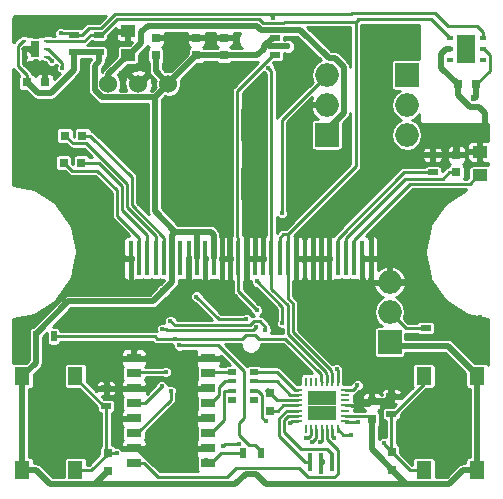
<source format=gtl>
G04 #@! TF.FileFunction,Copper,L1,Top,Signal*
%FSLAX46Y46*%
G04 Gerber Fmt 4.6, Leading zero omitted, Abs format (unit mm)*
G04 Created by KiCad (PCBNEW 4.0.7) date 12/08/17 11:15:19*
%MOMM*%
%LPD*%
G01*
G04 APERTURE LIST*
%ADD10C,0.100000*%
%ADD11R,0.900000X0.500000*%
%ADD12R,0.800000X0.750000*%
%ADD13R,0.750000X0.800000*%
%ADD14R,0.500000X0.900000*%
%ADD15R,1.300000X1.550000*%
%ADD16R,0.800000X0.500000*%
%ADD17R,0.800000X0.400000*%
%ADD18R,1.250000X1.000000*%
%ADD19R,0.800000X0.250000*%
%ADD20R,0.250000X0.800000*%
%ADD21R,1.200000X1.200000*%
%ADD22O,0.500000X0.250000*%
%ADD23R,0.650000X1.350000*%
%ADD24C,0.300000*%
%ADD25R,0.600000X0.400000*%
%ADD26R,1.500000X2.400000*%
%ADD27C,1.524000*%
%ADD28O,1.998980X1.998980*%
%ADD29R,1.998980X1.998980*%
%ADD30R,1.300000X0.800000*%
%ADD31R,0.400000X3.000000*%
%ADD32R,0.300000X1.600000*%
%ADD33C,0.400000*%
%ADD34C,0.600000*%
%ADD35C,0.250000*%
%ADD36C,0.500000*%
%ADD37C,0.160000*%
%ADD38C,0.254000*%
G04 APERTURE END LIST*
D10*
D11*
X5600000Y38900000D03*
X5600000Y37400000D03*
D12*
X4850000Y30350000D03*
X6350000Y30350000D03*
D13*
X16000000Y38650000D03*
X16000000Y37150000D03*
X18350000Y38650000D03*
X18350000Y37150000D03*
X38000000Y28750000D03*
X38000000Y27250000D03*
D12*
X4750000Y28050000D03*
X6250000Y28050000D03*
D11*
X35400000Y14050000D03*
X35400000Y12550000D03*
X32500000Y8300000D03*
X32500000Y6800000D03*
X8350000Y8950000D03*
X8350000Y7450000D03*
D14*
X21450000Y3450000D03*
X19950000Y3450000D03*
D11*
X7750000Y38900000D03*
X7750000Y37400000D03*
X36000000Y27250000D03*
X36000000Y28750000D03*
X22650000Y38650000D03*
X22650000Y37150000D03*
D15*
X1250000Y2025000D03*
X1250000Y9975000D03*
X5750000Y2025000D03*
X5750000Y9975000D03*
X39750000Y9975000D03*
X39750000Y2025000D03*
X35250000Y9975000D03*
X35250000Y2025000D03*
D13*
X22250200Y7048000D03*
X22250200Y8548000D03*
X30850000Y7850000D03*
X30850000Y6350000D03*
X8500000Y3450000D03*
X8500000Y1950000D03*
X32550000Y3550000D03*
X32550000Y2050000D03*
D12*
X38150000Y34700000D03*
X39650000Y34700000D03*
X3150000Y34850000D03*
X1650000Y34850000D03*
D14*
X3900000Y13350000D03*
X2400000Y13350000D03*
D16*
X20850000Y7950000D03*
D17*
X20850000Y9550000D03*
X20850000Y8750000D03*
D16*
X20850000Y10350000D03*
D17*
X19050000Y8750000D03*
D16*
X19050000Y7950000D03*
D17*
X19050000Y9550000D03*
D16*
X19050000Y10350000D03*
D18*
X10200000Y37200000D03*
X10200000Y39200000D03*
D13*
X12550000Y37150000D03*
X12550000Y38650000D03*
D18*
X40000000Y29000000D03*
X40000000Y27000000D03*
D19*
X24600000Y8850000D03*
X24600000Y8400000D03*
X24600000Y7950000D03*
X24600000Y7500000D03*
X24600000Y7050000D03*
X24600000Y6600000D03*
X24600000Y6150000D03*
D20*
X25250000Y5500000D03*
X25700000Y5500000D03*
X26150000Y5500000D03*
X26600000Y5500000D03*
X27050000Y5500000D03*
X27500000Y5500000D03*
X27950000Y5500000D03*
D19*
X28600000Y6150000D03*
X28600000Y6600000D03*
X28600000Y7050000D03*
X28600000Y7500000D03*
X28600000Y7950000D03*
X28600000Y8400000D03*
X28600000Y8850000D03*
D20*
X27950000Y9500000D03*
X27500000Y9500000D03*
X27050000Y9500000D03*
X26600000Y9500000D03*
X26150000Y9500000D03*
X25700000Y9500000D03*
X25250000Y9500000D03*
D21*
X27200000Y6900000D03*
X27200000Y8100000D03*
X26000000Y6900000D03*
X26000000Y8100000D03*
D22*
X1400000Y38375000D03*
X1400000Y37700000D03*
X1400000Y37025000D03*
X3300000Y37025000D03*
X3300000Y37700000D03*
X3300000Y38375000D03*
D23*
X2350000Y37700000D03*
D24*
X2350000Y38100000D03*
X2350000Y37300000D03*
D25*
X37450000Y38650000D03*
X37450000Y37700000D03*
X37450000Y36750000D03*
X40250000Y36750000D03*
X40250000Y37700000D03*
X40250000Y38650000D03*
D26*
X38850000Y37700000D03*
D25*
X38900000Y38650000D03*
D24*
X38350000Y37700000D03*
X38850000Y38650000D03*
X39350000Y37700000D03*
X38850000Y36750000D03*
D27*
X8550000Y34750000D03*
X11090000Y34750000D03*
X13630000Y34750000D03*
D28*
X32350000Y17950000D03*
D29*
X32350000Y12870000D03*
D28*
X32350000Y15410000D03*
X33800000Y30410000D03*
D29*
X33800000Y35490000D03*
D28*
X33800000Y32950000D03*
X27050000Y35490000D03*
D29*
X27050000Y30410000D03*
D28*
X27050000Y32950000D03*
D30*
X17000000Y2600000D03*
X17000000Y3880000D03*
X17000000Y5140000D03*
X17000000Y6410000D03*
X17000000Y7690000D03*
X17000000Y8960000D03*
X17000000Y10220000D03*
X17000000Y11500000D03*
X10700000Y11500000D03*
X10700000Y10220000D03*
X10700000Y8960000D03*
X10700000Y7690000D03*
X10700000Y6410000D03*
X10700000Y5140000D03*
X10700000Y3880000D03*
X10700000Y2600000D03*
D31*
X10450000Y19970512D03*
X11150000Y19970512D03*
X11850000Y19970512D03*
X12550000Y19970512D03*
X13250000Y19970512D03*
X13950000Y19970512D03*
X14650000Y19970512D03*
X15350000Y19970512D03*
X16050000Y19970512D03*
X16750000Y19970512D03*
X17450000Y19970512D03*
X18150000Y19970512D03*
X18850000Y19970512D03*
X19550000Y19970512D03*
X20250000Y19970512D03*
X20950000Y19970512D03*
X21650000Y19970512D03*
X22350000Y19970512D03*
X23050000Y19970512D03*
X23750000Y19970512D03*
X24450000Y19970512D03*
X25150000Y19970512D03*
X25850000Y19970512D03*
X26550000Y19970512D03*
X27250000Y19970512D03*
X27950000Y19970512D03*
X28650000Y19970512D03*
X29350000Y19970512D03*
X30050000Y19970512D03*
X30750000Y19970512D03*
D32*
X27518200Y2743400D03*
X26568200Y2743400D03*
X25618200Y2743400D03*
D33*
X19293197Y839999D03*
D34*
X23698000Y37897000D03*
X13200000Y17220512D03*
X39500000Y33500000D03*
D33*
X22250000Y8550000D03*
X27866143Y10569143D03*
X21125576Y15576340D03*
X16753998Y19974510D03*
X15342690Y19963202D03*
X10700000Y3939610D03*
X26568200Y1905200D03*
X19481596Y12446200D03*
X30000000Y10000000D03*
X27500000Y12500000D03*
X30000000Y12500000D03*
X30000000Y15000000D03*
X27500000Y15000000D03*
X25000000Y15000000D03*
X25000000Y17500000D03*
X27500000Y17500000D03*
X30000000Y17500000D03*
X15000000Y7500000D03*
X12500000Y5000000D03*
X15000000Y5000000D03*
X15000000Y2500000D03*
X12500000Y2500000D03*
X2500000Y5000000D03*
X5000000Y5000000D03*
X7500000Y5000000D03*
X2500000Y7500000D03*
X5000000Y7500000D03*
X2500000Y10000000D03*
X7500000Y10000000D03*
X5000000Y12500000D03*
X7500000Y12500000D03*
X10000000Y12500000D03*
X12500000Y12500000D03*
X15000000Y15000000D03*
X2500000Y40000000D03*
X5000000Y40000000D03*
X7500000Y40000000D03*
X5000000Y25000000D03*
X2500000Y27500000D03*
X2500000Y30000000D03*
X2500000Y32500000D03*
X5000000Y32500000D03*
X7500000Y32500000D03*
X10000000Y30000000D03*
X10000000Y32500000D03*
X20000000Y22500000D03*
X20000000Y25000000D03*
X20000000Y27500000D03*
X20000000Y30000000D03*
X20000000Y32500000D03*
X15000000Y25000000D03*
X15000000Y27500000D03*
X15000000Y30000000D03*
X15000000Y32500000D03*
X15000000Y35000000D03*
X17500000Y35000000D03*
X17500000Y32500000D03*
X17500000Y30000000D03*
X17500000Y27500000D03*
X17500000Y25000000D03*
X27500000Y27500000D03*
X25000000Y25000000D03*
X25000000Y27500000D03*
X25000000Y30000000D03*
X25000000Y32500000D03*
X25000000Y37500000D03*
X25000000Y35000000D03*
X27500000Y37509503D03*
X32500000Y37500000D03*
X30000000Y37500000D03*
X30000000Y37500000D03*
X40000000Y30000000D03*
X37500000Y30000000D03*
X37500000Y25000000D03*
X35000000Y25000000D03*
X32500000Y22500000D03*
X35000000Y22500000D03*
X35000000Y20000000D03*
X32500000Y20000000D03*
X40000000Y15000000D03*
X40000000Y12500000D03*
X37500000Y15000000D03*
X37500000Y15000000D03*
X35000000Y15000000D03*
X35000000Y17500000D03*
X37500000Y10000000D03*
X37500000Y7500000D03*
X35000000Y7500000D03*
X35000000Y5000000D03*
X37500000Y5000000D03*
X37500000Y2500000D03*
X27254000Y19736000D03*
X26568200Y19736000D03*
X25857000Y19736000D03*
X24485400Y19736000D03*
X25145800Y19736000D03*
X18846600Y19304200D03*
X17024617Y11475383D03*
X20929400Y19990000D03*
X10200000Y39200000D03*
X18350000Y38650000D03*
X16000000Y38650000D03*
X12550000Y38650000D03*
X36000000Y28750000D03*
X38000000Y28750000D03*
X40000000Y29000000D03*
D34*
X40400000Y31100000D03*
D33*
X22250000Y7050000D03*
X32500000Y8300000D03*
X30850000Y7850000D03*
X30750000Y19970512D03*
X30050000Y19970512D03*
X20250000Y19970512D03*
X18150000Y19970512D03*
X10450000Y19970512D03*
X8350000Y8950000D03*
X10700000Y11500000D03*
X10700000Y8960000D03*
X10700000Y6410000D03*
X17000000Y6410000D03*
X17000000Y8960000D03*
X26486138Y4370388D03*
X31876800Y4318200D03*
X21861998Y6150000D03*
X23926600Y6020000D03*
X25280928Y4739988D03*
X18262400Y4089600D03*
X19629296Y4252993D03*
X25780800Y4369000D03*
X9245400Y3454600D03*
X27658996Y4751514D03*
X20188861Y14790033D03*
X16001800Y16713400D03*
X13119557Y13982243D03*
X21043754Y14109954D03*
X29108200Y5029400D03*
X21841676Y13891876D03*
X29667000Y6070800D03*
X13792000Y14656000D03*
X29616200Y9220400D03*
X23266200Y14478200D03*
X21132600Y18008800D03*
X4648000Y36068200D03*
X22504200Y40335400D03*
X3748336Y36690756D03*
X22100000Y36100000D03*
X4500000Y39000000D03*
X14147600Y13157400D03*
X14554000Y12598600D03*
X23240800Y23800000D03*
X13411000Y10338000D03*
X13817400Y8737800D03*
X13055400Y9118800D03*
X16771029Y2893390D03*
D35*
X24600000Y7950000D02*
X22850000Y7950000D01*
X22850000Y7950000D02*
X22250000Y8550000D01*
D36*
X20163199Y1710001D02*
X21049998Y1710001D01*
X6900000Y839999D02*
X19293197Y839999D01*
X21049998Y1710001D02*
X21920000Y839999D01*
X21920000Y839999D02*
X33735001Y839999D01*
X19293197Y839999D02*
X20163199Y1710001D01*
X23273736Y37897000D02*
X23698000Y37897000D01*
X22103000Y37897000D02*
X23273736Y37897000D01*
X21900000Y38100000D02*
X22103000Y37897000D01*
X12550000Y37150000D02*
X12550000Y35830000D01*
X12550000Y35830000D02*
X13630000Y34750000D01*
X32550000Y2075000D02*
X31500600Y3124400D01*
X31500600Y3124400D02*
X30850000Y3775000D01*
D35*
X28600000Y6600000D02*
X30600000Y6600000D01*
X30600000Y6600000D02*
X30850000Y6350000D01*
X1650000Y34850000D02*
X1650000Y35475000D01*
X1650000Y35475000D02*
X864990Y36260010D01*
X864990Y36260010D02*
X864990Y37964990D01*
X864990Y37964990D02*
X1275000Y38375000D01*
X1275000Y38375000D02*
X1400000Y38375000D01*
X40250000Y37700000D02*
X40350000Y37700000D01*
X40350000Y37700000D02*
X40835001Y37214999D01*
X40835001Y37214999D02*
X40835001Y35860001D01*
X40835001Y35860001D02*
X39675000Y34700000D01*
X39675000Y34700000D02*
X39650000Y34700000D01*
D36*
X3585001Y839999D02*
X6900000Y839999D01*
X6900000Y839999D02*
X7414999Y839999D01*
X1250000Y2025000D02*
X2400000Y2025000D01*
X2400000Y2025000D02*
X3585001Y839999D01*
X7414999Y839999D02*
X8500000Y1925000D01*
X8500000Y1925000D02*
X8500000Y1950000D01*
X32550000Y2050000D02*
X32550000Y2075000D01*
X30850000Y3775000D02*
X30850000Y5450000D01*
X30850000Y5450000D02*
X30850000Y6350000D01*
X39750000Y2025000D02*
X38600000Y2025000D01*
X38600000Y2025000D02*
X37414999Y839999D01*
X37414999Y839999D02*
X33735001Y839999D01*
X33735001Y839999D02*
X32550000Y2025000D01*
X32550000Y2025000D02*
X32550000Y2050000D01*
X39750000Y9975000D02*
X39750000Y2025000D01*
X35400000Y12550000D02*
X37300000Y12550000D01*
X37300000Y12550000D02*
X39750000Y10100000D01*
X39750000Y10100000D02*
X39750000Y9975000D01*
X35400000Y12550000D02*
X32670000Y12550000D01*
X32670000Y12550000D02*
X32350000Y12870000D01*
X13950000Y17970512D02*
X13200000Y17220512D01*
X13200000Y17220512D02*
X12289489Y16310001D01*
X1250000Y2025000D02*
X1250000Y9975000D01*
X2400000Y13350000D02*
X2400000Y11125000D01*
X2400000Y11125000D02*
X1250000Y9975000D01*
X13950000Y19970512D02*
X13950000Y17970512D01*
X12289489Y16310001D02*
X5160001Y16310001D01*
X5160001Y16310001D02*
X2400000Y13550000D01*
X2400000Y13550000D02*
X2400000Y13350000D01*
X12457999Y33577999D02*
X12457999Y23942001D01*
X12457999Y23942001D02*
X14200000Y22200000D01*
X14200000Y22200000D02*
X16000000Y22200000D01*
X16000000Y22200000D02*
X17220512Y22200000D01*
X16050000Y19970512D02*
X16050000Y21970512D01*
X16050000Y21970512D02*
X16000000Y22020512D01*
X16000000Y22020512D02*
X16000000Y22200000D01*
X13950000Y19970512D02*
X13950000Y21950000D01*
X13950000Y21950000D02*
X14200000Y22200000D01*
X17220512Y22200000D02*
X17450000Y21970512D01*
X17450000Y21970512D02*
X17450000Y19970512D01*
X21700000Y37900000D02*
X21900000Y38100000D01*
X21900000Y38100000D02*
X22450000Y38650000D01*
X39650000Y34700000D02*
X39650000Y33650000D01*
X39650000Y33650000D02*
X39500000Y33500000D01*
X5600000Y37400000D02*
X5600000Y35900000D01*
X5600000Y35900000D02*
X3675000Y33975000D01*
X3675000Y33975000D02*
X2550000Y33975000D01*
X2550000Y33975000D02*
X1675000Y34850000D01*
X1675000Y34850000D02*
X1650000Y34850000D01*
X7750000Y37400000D02*
X5600000Y37400000D01*
X13630000Y34750000D02*
X12457999Y33577999D01*
X12457999Y33577999D02*
X7987439Y33577999D01*
X7987439Y33577999D02*
X7377999Y34187439D01*
X7377999Y34187439D02*
X7377999Y36277999D01*
X7377999Y36277999D02*
X7750000Y36650000D01*
X7750000Y36650000D02*
X7750000Y37400000D01*
X18350000Y37150000D02*
X21150000Y37150000D01*
X21150000Y37150000D02*
X21700000Y37700000D01*
X21700000Y37700000D02*
X21700000Y37900000D01*
X22450000Y38650000D02*
X22650000Y38650000D01*
X16000000Y37150000D02*
X18350000Y37150000D01*
X13630000Y34750000D02*
X13630000Y34780000D01*
X13630000Y34780000D02*
X16000000Y37150000D01*
X22050000Y8750000D02*
X22250000Y8550000D01*
D35*
X29400000Y40000000D02*
X23496206Y40000000D01*
X23346602Y39850396D02*
X21661800Y39850396D01*
X21317184Y40195012D02*
X9245012Y40195012D01*
X23496206Y40000000D02*
X23346602Y39850396D01*
X7950000Y38900000D02*
X7750000Y38900000D01*
X9245012Y40195012D02*
X7950000Y38900000D01*
X21661800Y39850396D02*
X21317184Y40195012D01*
X29400000Y40000000D02*
X29500000Y40000000D01*
X29500000Y40000000D02*
X29700000Y40200000D01*
X29500000Y39900000D02*
X29400000Y40000000D01*
X29700000Y40200000D02*
X29700000Y40100000D01*
X29700000Y40100000D02*
X29500000Y39900000D01*
X27500000Y10217484D02*
X27500000Y10150000D01*
X27381142Y10466546D02*
X27381142Y10336342D01*
X24161213Y13686475D02*
X27381142Y10466546D01*
X24161213Y16139872D02*
X24161213Y13686475D01*
X23750000Y19970512D02*
X23750000Y16551085D01*
X27500000Y10150000D02*
X27500000Y9500000D01*
X27381142Y10336342D02*
X27500000Y10217484D01*
X23750000Y16551085D02*
X24161213Y16139872D01*
X23750000Y22000000D02*
X29500000Y27750000D01*
X29500000Y27750000D02*
X29500000Y39900000D01*
X29700000Y40200000D02*
X35900000Y40200000D01*
X35900000Y40200000D02*
X37450000Y38650000D01*
X23750000Y22000000D02*
X23750000Y21720512D01*
X23050000Y19970512D02*
X23050000Y21720512D01*
X23050000Y21720512D02*
X23329488Y22000000D01*
X23329488Y22000000D02*
X23750000Y22000000D01*
X23750000Y21720512D02*
X23750000Y19970512D01*
X3300000Y38375000D02*
X3800000Y38375000D01*
X3800000Y38375000D02*
X3810001Y38364999D01*
X3810001Y38364999D02*
X6514999Y38364999D01*
X6514999Y38364999D02*
X7050000Y38900000D01*
X7050000Y38900000D02*
X7750000Y38900000D01*
X6669687Y29689999D02*
X5535001Y29689999D01*
X4875000Y30350000D02*
X4850000Y30350000D01*
X10105023Y26254663D02*
X6669687Y29689999D01*
X10105023Y24274820D02*
X10105023Y26254663D01*
X12550000Y19970512D02*
X12550000Y21829843D01*
X12550000Y21829843D02*
X10105023Y24274820D01*
X5535001Y29689999D02*
X4875000Y30350000D01*
X10515034Y26834966D02*
X10515034Y24455478D01*
X10515034Y24455478D02*
X13250000Y21720512D01*
X13250000Y21720512D02*
X13250000Y19970512D01*
X7000000Y30350000D02*
X10515034Y26834966D01*
X6350000Y30350000D02*
X7000000Y30350000D01*
X9285001Y23585511D02*
X9285001Y25716801D01*
X11150000Y19970512D02*
X11150000Y21720512D01*
X11150000Y21720512D02*
X9285001Y23585511D01*
X9285001Y25716801D02*
X7611803Y27389999D01*
X7611803Y27389999D02*
X5435001Y27389999D01*
X5435001Y27389999D02*
X4775000Y28050000D01*
X4775000Y28050000D02*
X4750000Y28050000D01*
X7729843Y28050000D02*
X6900000Y28050000D01*
X6900000Y28050000D02*
X6250000Y28050000D01*
X9695012Y26084831D02*
X7729843Y28050000D01*
X9695012Y24083029D02*
X9695012Y26084831D01*
X11850000Y19970512D02*
X11850000Y21928041D01*
X11850000Y21928041D02*
X9695012Y24083029D01*
X22450000Y37150000D02*
X22650000Y37150000D01*
X19464989Y34164989D02*
X22450000Y37150000D01*
X19464989Y21805523D02*
X19464989Y34164989D01*
X19550000Y21720512D02*
X19464989Y21805523D01*
X19550000Y19970512D02*
X19550000Y21720512D01*
X27950000Y10485286D02*
X27866143Y10569143D01*
X27950000Y9500000D02*
X27950000Y10485286D01*
X19550000Y17151916D02*
X20925577Y15776339D01*
X19550000Y19970512D02*
X19550000Y17151916D01*
X20925577Y15776339D02*
X21125576Y15576340D01*
X19500000Y19920512D02*
X19550000Y19970512D01*
D36*
X15000000Y15000000D02*
X15342690Y15342690D01*
X15342690Y15342690D02*
X15342690Y19680360D01*
X15342690Y19680360D02*
X15342690Y19963202D01*
D35*
X22875000Y7050000D02*
X22252200Y7050000D01*
X22252200Y7050000D02*
X22250200Y7048000D01*
X24600000Y7500000D02*
X23325000Y7500000D01*
X23325000Y7500000D02*
X22875000Y7050000D01*
D36*
X10982842Y3939610D02*
X10700000Y3939610D01*
X11060390Y3939610D02*
X10982842Y3939610D01*
X12500000Y2500000D02*
X11060390Y3939610D01*
D35*
X26568200Y2743400D02*
X26568200Y1905200D01*
D36*
X30000000Y12500000D02*
X27500000Y12500000D01*
X27500000Y15000000D02*
X30000000Y15000000D01*
X25000000Y17500000D02*
X25000000Y15000000D01*
X30000000Y17500000D02*
X27500000Y17500000D01*
X12500000Y5000000D02*
X15000000Y7500000D01*
X15000000Y2500000D02*
X15000000Y5000000D01*
X7500000Y5000000D02*
X5000000Y5000000D01*
X5000000Y7500000D02*
X2500000Y7500000D01*
X5000000Y12500000D02*
X2500000Y10000000D01*
X7500000Y10000000D02*
X7500000Y12500000D01*
X7500000Y12500000D02*
X5000000Y12500000D01*
X12500000Y12500000D02*
X10000000Y12500000D01*
X7500000Y40000000D02*
X5000000Y40000000D01*
X2500000Y27500000D02*
X5000000Y25000000D01*
X2500000Y32500000D02*
X2500000Y30000000D01*
X7500000Y32500000D02*
X5000000Y32500000D01*
X10000000Y32500000D02*
X10000000Y30000000D01*
X20000000Y27500000D02*
X20000000Y25000000D01*
X20000000Y32500000D02*
X20000000Y30000000D01*
X15000000Y30000000D02*
X15000000Y27500000D01*
X15000000Y35000000D02*
X15000000Y32500000D01*
X17500000Y32500000D02*
X17500000Y35000000D01*
X17500000Y27500000D02*
X17500000Y30000000D01*
X18850000Y19970512D02*
X18850000Y23650000D01*
X18850000Y23650000D02*
X17500000Y25000000D01*
X25000000Y27500000D02*
X25000000Y25000000D01*
X25000000Y32500000D02*
X25000000Y30000000D01*
X25000000Y35000000D02*
X25000000Y37500000D01*
X40000000Y30000000D02*
X40000000Y29000000D01*
X38000000Y28750000D02*
X38000000Y29500000D01*
X38000000Y29500000D02*
X37500000Y30000000D01*
X32500000Y22500000D02*
X35000000Y25000000D01*
X35000000Y20000000D02*
X35000000Y22500000D01*
X32350000Y17950000D02*
X32350000Y19850000D01*
X32350000Y19850000D02*
X32500000Y20000000D01*
X37500000Y15000000D02*
X40000000Y12500000D01*
X35000000Y15000000D02*
X37500000Y15000000D01*
X32350000Y17950000D02*
X34550000Y17950000D01*
X34550000Y17950000D02*
X35000000Y17500000D01*
X35000000Y5000000D02*
X35000000Y7500000D01*
X35000000Y5000000D02*
X37500000Y5000000D01*
X37500000Y5000000D02*
X37500000Y2500000D01*
X37500000Y7823400D02*
X37500000Y7500000D01*
X37500000Y10000000D02*
X37500000Y7823400D01*
X37500000Y7823400D02*
X37500000Y5000000D01*
X32500000Y8300000D02*
X32500000Y9388002D01*
X32500000Y9388002D02*
X34271999Y11160001D01*
X34271999Y11160001D02*
X36339999Y11160001D01*
X36339999Y11160001D02*
X37300001Y10199999D01*
X37300001Y10199999D02*
X37500000Y10000000D01*
X1400000Y37700000D02*
X1950000Y37700000D01*
X1950000Y37700000D02*
X2350000Y37300000D01*
X38150000Y34700000D02*
X38125000Y34700000D01*
X38125000Y34700000D02*
X36739999Y36085001D01*
X36739999Y36085001D02*
X36739999Y37278001D01*
X36739999Y37278001D02*
X37161998Y37700000D01*
X37161998Y37700000D02*
X37450000Y37700000D01*
X39910001Y32789999D02*
X40400000Y32300000D01*
X40400000Y32300000D02*
X40400000Y31100000D01*
X39889999Y32789999D02*
X39910001Y32789999D01*
X38150000Y34700000D02*
X38150000Y33799198D01*
X38150000Y33799198D02*
X39159199Y32789999D01*
X39159199Y32789999D02*
X39889999Y32789999D01*
D35*
X22250000Y7050000D02*
X22875000Y7050000D01*
X30850000Y7850000D02*
X30500000Y7500000D01*
X30500000Y7500000D02*
X28600000Y7500000D01*
D36*
X30850000Y7850000D02*
X32050000Y7850000D01*
X32050000Y7850000D02*
X32500000Y8300000D01*
D35*
X28650000Y19970512D02*
X28650000Y21720512D01*
X28650000Y21720512D02*
X33644487Y26714999D01*
X33644487Y26714999D02*
X36839999Y26714999D01*
X36839999Y26714999D02*
X37375000Y27250000D01*
X37375000Y27250000D02*
X38000000Y27250000D01*
X26600000Y4484250D02*
X26486138Y4370388D01*
X26600000Y5500000D02*
X26600000Y4484250D01*
X31876800Y4318200D02*
X31876800Y4223200D01*
X31876800Y4223200D02*
X32550000Y3550000D01*
X32550000Y3550000D02*
X32550000Y3525000D01*
X32550000Y3525000D02*
X34050000Y2025000D01*
X34050000Y2025000D02*
X34350000Y2025000D01*
X34350000Y2025000D02*
X35250000Y2025000D01*
X32500000Y6800000D02*
X32500000Y3600000D01*
X32500000Y3600000D02*
X32550000Y3550000D01*
X35250000Y9975000D02*
X35250000Y9350000D01*
X35250000Y9350000D02*
X32700000Y6800000D01*
X32700000Y6800000D02*
X32500000Y6800000D01*
X22825000Y10350000D02*
X21500000Y10350000D01*
X24325000Y8850000D02*
X22825000Y10350000D01*
X21500000Y10350000D02*
X20850000Y10350000D01*
X24600000Y8850000D02*
X24325000Y8850000D01*
X24600000Y8400000D02*
X23950000Y8400000D01*
X23950000Y8400000D02*
X22800000Y9550000D01*
X22800000Y9550000D02*
X20850000Y9550000D01*
X24600000Y6150000D02*
X24056600Y6150000D01*
X24056600Y6150000D02*
X23926600Y6020000D01*
X20850000Y8750000D02*
X21213002Y8750000D01*
X21213002Y8750000D02*
X21589999Y8373003D01*
X21589999Y8373003D02*
X21589999Y6421999D01*
X21589999Y6421999D02*
X21861998Y6150000D01*
X10700000Y2600000D02*
X11600000Y2600000D01*
X27953201Y1715399D02*
X27953201Y3771401D01*
X27953201Y3771401D02*
X27050000Y4674602D01*
X24653586Y2245012D02*
X25478400Y1420198D01*
X25478400Y1420198D02*
X27658000Y1420198D01*
X27050000Y4850000D02*
X27050000Y5500000D01*
X19383010Y2245012D02*
X24653586Y2245012D01*
X12730211Y1469789D02*
X18607787Y1469789D01*
X18607787Y1469789D02*
X19383010Y2245012D01*
X11600000Y2600000D02*
X12730211Y1469789D01*
X27050000Y4674602D02*
X27050000Y4850000D01*
X27658000Y1420198D02*
X27953201Y1715399D01*
X25700000Y5006004D02*
X25433984Y4739988D01*
X25433984Y4739988D02*
X25280928Y4739988D01*
X25700000Y5500000D02*
X25700000Y5006004D01*
X32350000Y15410000D02*
X33710000Y14050000D01*
X33710000Y14050000D02*
X35400000Y14050000D01*
X19629296Y4252993D02*
X18425793Y4252993D01*
X18425793Y4252993D02*
X18262400Y4089600D01*
X26150000Y5500000D02*
X26150000Y4738200D01*
X26150000Y4738200D02*
X25780800Y4369000D01*
X8500000Y3450000D02*
X9240800Y3450000D01*
X9240800Y3450000D02*
X9245400Y3454600D01*
D37*
X8500000Y3425000D02*
X8685000Y3240000D01*
D35*
X8500000Y3450000D02*
X8500000Y3425000D01*
X8500000Y3425000D02*
X7100000Y2025000D01*
X7100000Y2025000D02*
X6650000Y2025000D01*
X6650000Y2025000D02*
X5750000Y2025000D01*
X8350000Y7450000D02*
X8350000Y3600000D01*
X8350000Y3600000D02*
X8500000Y3450000D01*
X5750000Y9975000D02*
X5750000Y9850000D01*
X5750000Y9850000D02*
X8150000Y7450000D01*
X8150000Y7450000D02*
X8350000Y7450000D01*
X27598486Y4751514D02*
X27658996Y4751514D01*
X27500000Y4850000D02*
X27598486Y4751514D01*
X27500000Y5500000D02*
X27500000Y4850000D01*
X16001800Y16713400D02*
X17925167Y14790033D01*
X19906019Y14790033D02*
X20188861Y14790033D01*
X17925167Y14790033D02*
X19906019Y14790033D01*
X13402399Y13982243D02*
X13119557Y13982243D01*
X20828812Y13895012D02*
X13489630Y13895012D01*
X21043754Y14109954D02*
X20828812Y13895012D01*
X13489630Y13895012D02*
X13402399Y13982243D01*
X29108200Y5029400D02*
X28420600Y5029400D01*
X28420600Y5029400D02*
X27950000Y5500000D01*
X21841676Y14174718D02*
X21841676Y13891876D01*
X13792000Y14656000D02*
X14142977Y14305023D01*
X14142977Y14305023D02*
X20495861Y14305023D01*
X20495861Y14305023D02*
X20846838Y14656000D01*
X20846838Y14656000D02*
X21360394Y14656000D01*
X21360394Y14656000D02*
X21841676Y14174718D01*
X29667000Y6070800D02*
X28679200Y6070800D01*
X28679200Y6070800D02*
X28600000Y6150000D01*
X29416201Y9020401D02*
X29416201Y9016201D01*
X29416201Y9016201D02*
X29250000Y8850000D01*
X29250000Y8850000D02*
X28600000Y8850000D01*
X29616200Y9220400D02*
X29416201Y9020401D01*
X21132600Y18008800D02*
X23266200Y15875200D01*
X23266200Y15875200D02*
X23266200Y14478200D01*
X4648000Y36477000D02*
X4648000Y36068200D01*
X3300000Y37700000D02*
X3425000Y37700000D01*
X3425000Y37700000D02*
X4648000Y36477000D01*
X22304201Y40535399D02*
X22504200Y40335400D01*
X22234577Y40605023D02*
X22304201Y40535399D01*
X20726200Y40605023D02*
X22234577Y40605023D01*
X20726200Y40605023D02*
X29080172Y40605023D01*
X9075181Y40605023D02*
X20726200Y40605023D01*
X5600000Y38900000D02*
X6300000Y38900000D01*
X6300000Y38900000D02*
X6864989Y39464989D01*
X6864989Y39464989D02*
X7935147Y39464989D01*
X7935147Y39464989D02*
X9075181Y40605023D01*
X29080172Y40605023D02*
X29175149Y40700000D01*
X29175149Y40700000D02*
X36179840Y40700000D01*
X36179840Y40700000D02*
X37279840Y39600000D01*
X37279840Y39600000D02*
X39750000Y39600000D01*
X39750000Y39600000D02*
X40250000Y39100000D01*
X40250000Y39100000D02*
X40250000Y38650000D01*
X27050000Y10087641D02*
X27050000Y9500000D01*
X23751202Y15970040D02*
X23751202Y13516643D01*
X26971131Y10296714D02*
X26971131Y10166510D01*
X22350000Y19970512D02*
X22350000Y17371242D01*
X26971131Y10166510D02*
X27050000Y10087641D01*
X23751202Y13516643D02*
X26971131Y10296714D01*
X22350000Y17371242D02*
X23751202Y15970040D01*
X3548337Y36890755D02*
X3748336Y36690756D01*
X3414092Y37025000D02*
X3548337Y36890755D01*
X3300000Y37025000D02*
X3414092Y37025000D01*
X22350000Y35850000D02*
X22100000Y36100000D01*
X22350000Y19970512D02*
X22350000Y35850000D01*
X4500000Y39000000D02*
X5500000Y39000000D01*
X5500000Y39000000D02*
X5600000Y38900000D01*
X19895598Y13157400D02*
X14147600Y13157400D01*
X14147600Y13157400D02*
X12667798Y13157400D01*
X12475198Y13350000D02*
X5689400Y13350000D01*
X26600000Y9500000D02*
X26561120Y9538880D01*
X23530602Y13157400D02*
X21304402Y13157400D01*
X20976801Y13485001D02*
X20223199Y13485001D01*
X26561120Y9538880D02*
X26561120Y10126882D01*
X26561120Y10126882D02*
X23530602Y13157400D01*
X21304402Y13157400D02*
X20976801Y13485001D01*
X20223199Y13485001D02*
X19895598Y13157400D01*
X12667798Y13157400D02*
X12475198Y13350000D01*
X5689400Y13350000D02*
X4400000Y13350000D01*
X4400000Y13350000D02*
X3900000Y13350000D01*
X20950000Y4150000D02*
X21450000Y3650000D01*
X21450000Y3650000D02*
X21450000Y3450000D01*
X20418198Y4150000D02*
X20950000Y4150000D01*
X19564999Y5996801D02*
X19564999Y5003199D01*
X20040400Y10414200D02*
X20040400Y6472202D01*
X20040400Y6472202D02*
X19564999Y5996801D01*
X14554000Y12598600D02*
X17856000Y12598600D01*
X17856000Y12598600D02*
X20040400Y10414200D01*
X19564999Y5003199D02*
X20418198Y4150000D01*
X27050000Y35490000D02*
X23240800Y31680800D01*
X23240800Y31680800D02*
X23240800Y23800000D01*
D36*
X28459491Y32273443D02*
X28459491Y36166557D01*
X27726557Y36899491D02*
X27197707Y36899491D01*
X27197707Y36899491D02*
X24781813Y39315385D01*
X28459491Y36166557D02*
X27726557Y36899491D01*
X11895012Y39660001D02*
X11325000Y39089989D01*
X10325000Y37200000D02*
X10200000Y37200000D01*
X11325000Y39089989D02*
X11325000Y38200000D01*
X27050000Y30410000D02*
X27050000Y30863952D01*
X11325000Y38200000D02*
X10325000Y37200000D01*
X21440192Y39315385D02*
X21095576Y39660001D01*
X24781813Y39315385D02*
X21440192Y39315385D01*
X21095576Y39660001D02*
X11895012Y39660001D01*
X27050000Y30863952D02*
X28459491Y32273443D01*
X8550000Y34750000D02*
X8550000Y35550000D01*
X8550000Y35550000D02*
X10200000Y37200000D01*
D35*
X13411000Y10338000D02*
X10818000Y10338000D01*
X10818000Y10338000D02*
X10700000Y10220000D01*
X10700000Y5140000D02*
X10950000Y5140000D01*
X10950000Y5140000D02*
X13817400Y8007400D01*
X13817400Y8007400D02*
X13817400Y8737800D01*
X13055400Y9118800D02*
X11626600Y7690000D01*
X11626600Y7690000D02*
X10700000Y7690000D01*
X17250000Y2600000D02*
X18100000Y3450000D01*
X19450000Y3450000D02*
X19950000Y3450000D01*
X18100000Y3450000D02*
X19450000Y3450000D01*
X17000000Y2600000D02*
X17250000Y2600000D01*
X27950000Y19970512D02*
X27950000Y21600352D01*
X27950000Y21600352D02*
X33599648Y27250000D01*
X33599648Y27250000D02*
X35300000Y27250000D01*
X35300000Y27250000D02*
X36000000Y27250000D01*
X29350000Y19970512D02*
X29350000Y21483514D01*
X29350000Y21483514D02*
X34116486Y26250000D01*
X34116486Y26250000D02*
X39125000Y26250000D01*
X39125000Y26250000D02*
X39875000Y27000000D01*
X39875000Y27000000D02*
X40000000Y27000000D01*
X19050000Y8750000D02*
X18400000Y8750000D01*
X18400000Y8750000D02*
X18364999Y8714999D01*
X18364999Y8714999D02*
X18364999Y6254999D01*
X18364999Y6254999D02*
X17250000Y5140000D01*
X17250000Y5140000D02*
X17000000Y5140000D01*
X19050000Y9550000D02*
X18400000Y9550000D01*
X18400000Y9550000D02*
X17935001Y9085001D01*
X17935001Y9085001D02*
X17935001Y8375001D01*
X17935001Y8375001D02*
X17250000Y7690000D01*
X17250000Y7690000D02*
X17000000Y7690000D01*
X19050000Y10350000D02*
X17130000Y10350000D01*
X17130000Y10350000D02*
X17000000Y10220000D01*
X25218200Y2743400D02*
X25618200Y2743400D01*
X23031587Y6422634D02*
X23031587Y4930013D01*
X23031587Y4930013D02*
X25218200Y2743400D01*
X23658953Y7050000D02*
X23031587Y6422634D01*
X24600000Y7050000D02*
X23658953Y7050000D01*
X23441598Y5235002D02*
X24848199Y3828401D01*
X23441598Y6252802D02*
X23441598Y5235002D01*
X23788796Y6600000D02*
X23441598Y6252802D01*
X27518200Y3393400D02*
X27518200Y2743400D01*
X27083199Y3828401D02*
X27518200Y3393400D01*
X24848199Y3828401D02*
X27083199Y3828401D01*
X24600000Y6600000D02*
X23788796Y6600000D01*
D38*
G36*
X3308437Y12900000D02*
X3331796Y12775856D01*
X3405165Y12661838D01*
X3517113Y12585347D01*
X3650000Y12558437D01*
X4150000Y12558437D01*
X4274144Y12581796D01*
X4388162Y12655165D01*
X4464653Y12767113D01*
X4489538Y12890000D01*
X12284660Y12890000D01*
X12342529Y12832131D01*
X12491763Y12732415D01*
X12667798Y12697400D01*
X13860320Y12697400D01*
X14019029Y12631498D01*
X14018908Y12492649D01*
X14100185Y12295943D01*
X14250551Y12145314D01*
X14447115Y12063693D01*
X14659951Y12063508D01*
X14841688Y12138600D01*
X15986650Y12138600D01*
X15923000Y11984936D01*
X15923000Y11733750D01*
X16029750Y11627000D01*
X16873000Y11627000D01*
X16873000Y11647000D01*
X17127000Y11647000D01*
X17127000Y11627000D01*
X17970250Y11627000D01*
X18073656Y11730406D01*
X18862499Y10941563D01*
X18650000Y10941563D01*
X18525856Y10918204D01*
X18411838Y10844835D01*
X18388036Y10810000D01*
X17963869Y10810000D01*
X18011993Y10858124D01*
X18077000Y11015064D01*
X18077000Y11266250D01*
X17970250Y11373000D01*
X17127000Y11373000D01*
X17127000Y11353000D01*
X16873000Y11353000D01*
X16873000Y11373000D01*
X16029750Y11373000D01*
X15923000Y11266250D01*
X15923000Y11015064D01*
X15988007Y10858124D01*
X16058849Y10787282D01*
X16035347Y10752887D01*
X16008437Y10620000D01*
X16008437Y9820000D01*
X16031796Y9695856D01*
X16051448Y9665317D01*
X15988007Y9601876D01*
X15923000Y9444936D01*
X15923000Y9193750D01*
X16029750Y9087000D01*
X16873000Y9087000D01*
X16873000Y9107000D01*
X17127000Y9107000D01*
X17127000Y9087000D01*
X17147000Y9087000D01*
X17147000Y8833000D01*
X17127000Y8833000D01*
X17127000Y8813000D01*
X16873000Y8813000D01*
X16873000Y8833000D01*
X16029750Y8833000D01*
X15923000Y8726250D01*
X15923000Y8475064D01*
X15988007Y8318124D01*
X16054789Y8251342D01*
X16035347Y8222887D01*
X16008437Y8090000D01*
X16008437Y7290000D01*
X16031796Y7165856D01*
X16059278Y7123147D01*
X15988007Y7051876D01*
X15923000Y6894936D01*
X15923000Y6643750D01*
X16029750Y6537000D01*
X16873000Y6537000D01*
X16873000Y6557000D01*
X17127000Y6557000D01*
X17127000Y6537000D01*
X17147000Y6537000D01*
X17147000Y6283000D01*
X17127000Y6283000D01*
X17127000Y6263000D01*
X16873000Y6263000D01*
X16873000Y6283000D01*
X16029750Y6283000D01*
X15923000Y6176250D01*
X15923000Y5925064D01*
X15988007Y5768124D01*
X16054789Y5701342D01*
X16035347Y5672887D01*
X16008437Y5540000D01*
X16008437Y4740000D01*
X16031796Y4615856D01*
X16051448Y4585317D01*
X15988007Y4521876D01*
X15923000Y4364936D01*
X15923000Y4113750D01*
X16029750Y4007000D01*
X16873000Y4007000D01*
X16873000Y4027000D01*
X17127000Y4027000D01*
X17127000Y4007000D01*
X17147000Y4007000D01*
X17147000Y3753000D01*
X17127000Y3753000D01*
X17127000Y3733000D01*
X16873000Y3733000D01*
X16873000Y3753000D01*
X16029750Y3753000D01*
X15923000Y3646250D01*
X15923000Y3395064D01*
X15988007Y3238124D01*
X16058849Y3167282D01*
X16035347Y3132887D01*
X16008437Y3000000D01*
X16008437Y2200000D01*
X16031796Y2075856D01*
X16105165Y1961838D01*
X16152070Y1929789D01*
X12920749Y1929789D01*
X11925269Y2925269D01*
X11776035Y3024985D01*
X11683395Y3043412D01*
X11668204Y3124144D01*
X11640722Y3166853D01*
X11711993Y3238124D01*
X11777000Y3395064D01*
X11777000Y3646250D01*
X11670250Y3753000D01*
X10827000Y3753000D01*
X10827000Y3733000D01*
X10573000Y3733000D01*
X10573000Y3753000D01*
X9729750Y3753000D01*
X9709388Y3732638D01*
X9699215Y3757257D01*
X9548849Y3907886D01*
X9352285Y3989507D01*
X9183224Y3989654D01*
X9119835Y4088162D01*
X9007887Y4164653D01*
X8875000Y4191563D01*
X8810000Y4191563D01*
X8810000Y6860319D01*
X8924144Y6881796D01*
X9038162Y6955165D01*
X9114653Y7067113D01*
X9141563Y7200000D01*
X9141563Y7700000D01*
X9118204Y7824144D01*
X9044835Y7938162D01*
X8932887Y8014653D01*
X8800000Y8041563D01*
X8208975Y8041563D01*
X7977538Y8273000D01*
X8116250Y8273000D01*
X8223000Y8379750D01*
X8223000Y8825000D01*
X8477000Y8825000D01*
X8477000Y8379750D01*
X8583750Y8273000D01*
X8884936Y8273000D01*
X9041876Y8338007D01*
X9161993Y8458124D01*
X9227000Y8615065D01*
X9227000Y8718250D01*
X9219000Y8726250D01*
X9623000Y8726250D01*
X9623000Y8475064D01*
X9688007Y8318124D01*
X9754789Y8251342D01*
X9735347Y8222887D01*
X9708437Y8090000D01*
X9708437Y7290000D01*
X9731796Y7165856D01*
X9759278Y7123147D01*
X9688007Y7051876D01*
X9623000Y6894936D01*
X9623000Y6643750D01*
X9729750Y6537000D01*
X10573000Y6537000D01*
X10573000Y6557000D01*
X10827000Y6557000D01*
X10827000Y6537000D01*
X10847000Y6537000D01*
X10847000Y6283000D01*
X10827000Y6283000D01*
X10827000Y6263000D01*
X10573000Y6263000D01*
X10573000Y6283000D01*
X9729750Y6283000D01*
X9623000Y6176250D01*
X9623000Y5925064D01*
X9688007Y5768124D01*
X9754789Y5701342D01*
X9735347Y5672887D01*
X9708437Y5540000D01*
X9708437Y4740000D01*
X9731796Y4615856D01*
X9751448Y4585317D01*
X9688007Y4521876D01*
X9623000Y4364936D01*
X9623000Y4113750D01*
X9729750Y4007000D01*
X10573000Y4007000D01*
X10573000Y4027000D01*
X10827000Y4027000D01*
X10827000Y4007000D01*
X11670250Y4007000D01*
X11777000Y4113750D01*
X11777000Y4364936D01*
X11711993Y4521876D01*
X11649270Y4584599D01*
X11664653Y4607113D01*
X11691563Y4740000D01*
X11691563Y5231025D01*
X14142669Y7682131D01*
X14242385Y7831365D01*
X14277400Y8007400D01*
X14277400Y8450520D01*
X14352307Y8630915D01*
X14352492Y8843751D01*
X14271215Y9040457D01*
X14120849Y9191086D01*
X13924285Y9272707D01*
X13711449Y9272892D01*
X13590490Y9222913D01*
X13590492Y9224751D01*
X13509215Y9421457D01*
X13358849Y9572086D01*
X13162285Y9653707D01*
X12949449Y9653892D01*
X12752743Y9572615D01*
X12602114Y9422249D01*
X12526704Y9240642D01*
X11777000Y8490938D01*
X11777000Y8726250D01*
X11670250Y8833000D01*
X10827000Y8833000D01*
X10827000Y8813000D01*
X10573000Y8813000D01*
X10573000Y8833000D01*
X9729750Y8833000D01*
X9623000Y8726250D01*
X9219000Y8726250D01*
X9120250Y8825000D01*
X8477000Y8825000D01*
X8223000Y8825000D01*
X7579750Y8825000D01*
X7502644Y8747894D01*
X6965603Y9284935D01*
X7473000Y9284935D01*
X7473000Y9181750D01*
X7579750Y9075000D01*
X8223000Y9075000D01*
X8223000Y9520250D01*
X8477000Y9520250D01*
X8477000Y9075000D01*
X9120250Y9075000D01*
X9227000Y9181750D01*
X9227000Y9284935D01*
X9161993Y9441876D01*
X9041876Y9561993D01*
X8884936Y9627000D01*
X8583750Y9627000D01*
X8477000Y9520250D01*
X8223000Y9520250D01*
X8116250Y9627000D01*
X7815064Y9627000D01*
X7658124Y9561993D01*
X7538007Y9441876D01*
X7473000Y9284935D01*
X6965603Y9284935D01*
X6741563Y9508975D01*
X6741563Y10750000D01*
X6718204Y10874144D01*
X6644835Y10988162D01*
X6532887Y11064653D01*
X6400000Y11091563D01*
X5100000Y11091563D01*
X4975856Y11068204D01*
X4861838Y10994835D01*
X4785347Y10882887D01*
X4758437Y10750000D01*
X4758437Y9200000D01*
X4781796Y9075856D01*
X4855165Y8961838D01*
X4967113Y8885347D01*
X5100000Y8858437D01*
X6091025Y8858437D01*
X7558437Y7391025D01*
X7558437Y7200000D01*
X7581796Y7075856D01*
X7655165Y6961838D01*
X7767113Y6885347D01*
X7890000Y6860462D01*
X7890000Y4096870D01*
X7886838Y4094835D01*
X7810347Y3982887D01*
X7783437Y3850000D01*
X7783437Y3358975D01*
X6909462Y2485000D01*
X6741563Y2485000D01*
X6741563Y2800000D01*
X6718204Y2924144D01*
X6644835Y3038162D01*
X6532887Y3114653D01*
X6400000Y3141563D01*
X5100000Y3141563D01*
X4975856Y3118204D01*
X4861838Y3044835D01*
X4785347Y2932887D01*
X4758437Y2800000D01*
X4758437Y1424999D01*
X3827316Y1424999D01*
X2813657Y2438657D01*
X2623870Y2565470D01*
X2599683Y2570281D01*
X2400000Y2610000D01*
X2241563Y2610000D01*
X2241563Y2800000D01*
X2218204Y2924144D01*
X2144835Y3038162D01*
X2032887Y3114653D01*
X1900000Y3141563D01*
X1835000Y3141563D01*
X1835000Y8858437D01*
X1900000Y8858437D01*
X2024144Y8881796D01*
X2138162Y8955165D01*
X2214653Y9067113D01*
X2241563Y9200000D01*
X2241563Y10139248D01*
X2813658Y10711343D01*
X2940470Y10901130D01*
X2985000Y11125000D01*
X2985000Y11266250D01*
X9623000Y11266250D01*
X9623000Y11015064D01*
X9688007Y10858124D01*
X9758849Y10787282D01*
X9735347Y10752887D01*
X9708437Y10620000D01*
X9708437Y9820000D01*
X9731796Y9695856D01*
X9751448Y9665317D01*
X9688007Y9601876D01*
X9623000Y9444936D01*
X9623000Y9193750D01*
X9729750Y9087000D01*
X10573000Y9087000D01*
X10573000Y9107000D01*
X10827000Y9107000D01*
X10827000Y9087000D01*
X11670250Y9087000D01*
X11777000Y9193750D01*
X11777000Y9444936D01*
X11711993Y9601876D01*
X11649270Y9664599D01*
X11664653Y9687113D01*
X11691563Y9820000D01*
X11691563Y9878000D01*
X13123720Y9878000D01*
X13304115Y9803093D01*
X13516951Y9802908D01*
X13713657Y9884185D01*
X13864286Y10034551D01*
X13945907Y10231115D01*
X13946092Y10443951D01*
X13864815Y10640657D01*
X13714449Y10791286D01*
X13517885Y10872907D01*
X13305049Y10873092D01*
X13123312Y10798000D01*
X11651869Y10798000D01*
X11711993Y10858124D01*
X11777000Y11015064D01*
X11777000Y11266250D01*
X11670250Y11373000D01*
X10827000Y11373000D01*
X10827000Y11353000D01*
X10573000Y11353000D01*
X10573000Y11373000D01*
X9729750Y11373000D01*
X9623000Y11266250D01*
X2985000Y11266250D01*
X2985000Y11984936D01*
X9623000Y11984936D01*
X9623000Y11733750D01*
X9729750Y11627000D01*
X10573000Y11627000D01*
X10573000Y12220250D01*
X10827000Y12220250D01*
X10827000Y11627000D01*
X11670250Y11627000D01*
X11777000Y11733750D01*
X11777000Y11984936D01*
X11711993Y12141876D01*
X11591876Y12261993D01*
X11434935Y12327000D01*
X10933750Y12327000D01*
X10827000Y12220250D01*
X10573000Y12220250D01*
X10466250Y12327000D01*
X9965065Y12327000D01*
X9808124Y12261993D01*
X9688007Y12141876D01*
X9623000Y11984936D01*
X2985000Y11984936D01*
X2985000Y12867591D01*
X2991563Y12900000D01*
X2991563Y13314249D01*
X3308437Y13631123D01*
X3308437Y12900000D01*
X3308437Y12900000D01*
G37*
X3308437Y12900000D02*
X3331796Y12775856D01*
X3405165Y12661838D01*
X3517113Y12585347D01*
X3650000Y12558437D01*
X4150000Y12558437D01*
X4274144Y12581796D01*
X4388162Y12655165D01*
X4464653Y12767113D01*
X4489538Y12890000D01*
X12284660Y12890000D01*
X12342529Y12832131D01*
X12491763Y12732415D01*
X12667798Y12697400D01*
X13860320Y12697400D01*
X14019029Y12631498D01*
X14018908Y12492649D01*
X14100185Y12295943D01*
X14250551Y12145314D01*
X14447115Y12063693D01*
X14659951Y12063508D01*
X14841688Y12138600D01*
X15986650Y12138600D01*
X15923000Y11984936D01*
X15923000Y11733750D01*
X16029750Y11627000D01*
X16873000Y11627000D01*
X16873000Y11647000D01*
X17127000Y11647000D01*
X17127000Y11627000D01*
X17970250Y11627000D01*
X18073656Y11730406D01*
X18862499Y10941563D01*
X18650000Y10941563D01*
X18525856Y10918204D01*
X18411838Y10844835D01*
X18388036Y10810000D01*
X17963869Y10810000D01*
X18011993Y10858124D01*
X18077000Y11015064D01*
X18077000Y11266250D01*
X17970250Y11373000D01*
X17127000Y11373000D01*
X17127000Y11353000D01*
X16873000Y11353000D01*
X16873000Y11373000D01*
X16029750Y11373000D01*
X15923000Y11266250D01*
X15923000Y11015064D01*
X15988007Y10858124D01*
X16058849Y10787282D01*
X16035347Y10752887D01*
X16008437Y10620000D01*
X16008437Y9820000D01*
X16031796Y9695856D01*
X16051448Y9665317D01*
X15988007Y9601876D01*
X15923000Y9444936D01*
X15923000Y9193750D01*
X16029750Y9087000D01*
X16873000Y9087000D01*
X16873000Y9107000D01*
X17127000Y9107000D01*
X17127000Y9087000D01*
X17147000Y9087000D01*
X17147000Y8833000D01*
X17127000Y8833000D01*
X17127000Y8813000D01*
X16873000Y8813000D01*
X16873000Y8833000D01*
X16029750Y8833000D01*
X15923000Y8726250D01*
X15923000Y8475064D01*
X15988007Y8318124D01*
X16054789Y8251342D01*
X16035347Y8222887D01*
X16008437Y8090000D01*
X16008437Y7290000D01*
X16031796Y7165856D01*
X16059278Y7123147D01*
X15988007Y7051876D01*
X15923000Y6894936D01*
X15923000Y6643750D01*
X16029750Y6537000D01*
X16873000Y6537000D01*
X16873000Y6557000D01*
X17127000Y6557000D01*
X17127000Y6537000D01*
X17147000Y6537000D01*
X17147000Y6283000D01*
X17127000Y6283000D01*
X17127000Y6263000D01*
X16873000Y6263000D01*
X16873000Y6283000D01*
X16029750Y6283000D01*
X15923000Y6176250D01*
X15923000Y5925064D01*
X15988007Y5768124D01*
X16054789Y5701342D01*
X16035347Y5672887D01*
X16008437Y5540000D01*
X16008437Y4740000D01*
X16031796Y4615856D01*
X16051448Y4585317D01*
X15988007Y4521876D01*
X15923000Y4364936D01*
X15923000Y4113750D01*
X16029750Y4007000D01*
X16873000Y4007000D01*
X16873000Y4027000D01*
X17127000Y4027000D01*
X17127000Y4007000D01*
X17147000Y4007000D01*
X17147000Y3753000D01*
X17127000Y3753000D01*
X17127000Y3733000D01*
X16873000Y3733000D01*
X16873000Y3753000D01*
X16029750Y3753000D01*
X15923000Y3646250D01*
X15923000Y3395064D01*
X15988007Y3238124D01*
X16058849Y3167282D01*
X16035347Y3132887D01*
X16008437Y3000000D01*
X16008437Y2200000D01*
X16031796Y2075856D01*
X16105165Y1961838D01*
X16152070Y1929789D01*
X12920749Y1929789D01*
X11925269Y2925269D01*
X11776035Y3024985D01*
X11683395Y3043412D01*
X11668204Y3124144D01*
X11640722Y3166853D01*
X11711993Y3238124D01*
X11777000Y3395064D01*
X11777000Y3646250D01*
X11670250Y3753000D01*
X10827000Y3753000D01*
X10827000Y3733000D01*
X10573000Y3733000D01*
X10573000Y3753000D01*
X9729750Y3753000D01*
X9709388Y3732638D01*
X9699215Y3757257D01*
X9548849Y3907886D01*
X9352285Y3989507D01*
X9183224Y3989654D01*
X9119835Y4088162D01*
X9007887Y4164653D01*
X8875000Y4191563D01*
X8810000Y4191563D01*
X8810000Y6860319D01*
X8924144Y6881796D01*
X9038162Y6955165D01*
X9114653Y7067113D01*
X9141563Y7200000D01*
X9141563Y7700000D01*
X9118204Y7824144D01*
X9044835Y7938162D01*
X8932887Y8014653D01*
X8800000Y8041563D01*
X8208975Y8041563D01*
X7977538Y8273000D01*
X8116250Y8273000D01*
X8223000Y8379750D01*
X8223000Y8825000D01*
X8477000Y8825000D01*
X8477000Y8379750D01*
X8583750Y8273000D01*
X8884936Y8273000D01*
X9041876Y8338007D01*
X9161993Y8458124D01*
X9227000Y8615065D01*
X9227000Y8718250D01*
X9219000Y8726250D01*
X9623000Y8726250D01*
X9623000Y8475064D01*
X9688007Y8318124D01*
X9754789Y8251342D01*
X9735347Y8222887D01*
X9708437Y8090000D01*
X9708437Y7290000D01*
X9731796Y7165856D01*
X9759278Y7123147D01*
X9688007Y7051876D01*
X9623000Y6894936D01*
X9623000Y6643750D01*
X9729750Y6537000D01*
X10573000Y6537000D01*
X10573000Y6557000D01*
X10827000Y6557000D01*
X10827000Y6537000D01*
X10847000Y6537000D01*
X10847000Y6283000D01*
X10827000Y6283000D01*
X10827000Y6263000D01*
X10573000Y6263000D01*
X10573000Y6283000D01*
X9729750Y6283000D01*
X9623000Y6176250D01*
X9623000Y5925064D01*
X9688007Y5768124D01*
X9754789Y5701342D01*
X9735347Y5672887D01*
X9708437Y5540000D01*
X9708437Y4740000D01*
X9731796Y4615856D01*
X9751448Y4585317D01*
X9688007Y4521876D01*
X9623000Y4364936D01*
X9623000Y4113750D01*
X9729750Y4007000D01*
X10573000Y4007000D01*
X10573000Y4027000D01*
X10827000Y4027000D01*
X10827000Y4007000D01*
X11670250Y4007000D01*
X11777000Y4113750D01*
X11777000Y4364936D01*
X11711993Y4521876D01*
X11649270Y4584599D01*
X11664653Y4607113D01*
X11691563Y4740000D01*
X11691563Y5231025D01*
X14142669Y7682131D01*
X14242385Y7831365D01*
X14277400Y8007400D01*
X14277400Y8450520D01*
X14352307Y8630915D01*
X14352492Y8843751D01*
X14271215Y9040457D01*
X14120849Y9191086D01*
X13924285Y9272707D01*
X13711449Y9272892D01*
X13590490Y9222913D01*
X13590492Y9224751D01*
X13509215Y9421457D01*
X13358849Y9572086D01*
X13162285Y9653707D01*
X12949449Y9653892D01*
X12752743Y9572615D01*
X12602114Y9422249D01*
X12526704Y9240642D01*
X11777000Y8490938D01*
X11777000Y8726250D01*
X11670250Y8833000D01*
X10827000Y8833000D01*
X10827000Y8813000D01*
X10573000Y8813000D01*
X10573000Y8833000D01*
X9729750Y8833000D01*
X9623000Y8726250D01*
X9219000Y8726250D01*
X9120250Y8825000D01*
X8477000Y8825000D01*
X8223000Y8825000D01*
X7579750Y8825000D01*
X7502644Y8747894D01*
X6965603Y9284935D01*
X7473000Y9284935D01*
X7473000Y9181750D01*
X7579750Y9075000D01*
X8223000Y9075000D01*
X8223000Y9520250D01*
X8477000Y9520250D01*
X8477000Y9075000D01*
X9120250Y9075000D01*
X9227000Y9181750D01*
X9227000Y9284935D01*
X9161993Y9441876D01*
X9041876Y9561993D01*
X8884936Y9627000D01*
X8583750Y9627000D01*
X8477000Y9520250D01*
X8223000Y9520250D01*
X8116250Y9627000D01*
X7815064Y9627000D01*
X7658124Y9561993D01*
X7538007Y9441876D01*
X7473000Y9284935D01*
X6965603Y9284935D01*
X6741563Y9508975D01*
X6741563Y10750000D01*
X6718204Y10874144D01*
X6644835Y10988162D01*
X6532887Y11064653D01*
X6400000Y11091563D01*
X5100000Y11091563D01*
X4975856Y11068204D01*
X4861838Y10994835D01*
X4785347Y10882887D01*
X4758437Y10750000D01*
X4758437Y9200000D01*
X4781796Y9075856D01*
X4855165Y8961838D01*
X4967113Y8885347D01*
X5100000Y8858437D01*
X6091025Y8858437D01*
X7558437Y7391025D01*
X7558437Y7200000D01*
X7581796Y7075856D01*
X7655165Y6961838D01*
X7767113Y6885347D01*
X7890000Y6860462D01*
X7890000Y4096870D01*
X7886838Y4094835D01*
X7810347Y3982887D01*
X7783437Y3850000D01*
X7783437Y3358975D01*
X6909462Y2485000D01*
X6741563Y2485000D01*
X6741563Y2800000D01*
X6718204Y2924144D01*
X6644835Y3038162D01*
X6532887Y3114653D01*
X6400000Y3141563D01*
X5100000Y3141563D01*
X4975856Y3118204D01*
X4861838Y3044835D01*
X4785347Y2932887D01*
X4758437Y2800000D01*
X4758437Y1424999D01*
X3827316Y1424999D01*
X2813657Y2438657D01*
X2623870Y2565470D01*
X2599683Y2570281D01*
X2400000Y2610000D01*
X2241563Y2610000D01*
X2241563Y2800000D01*
X2218204Y2924144D01*
X2144835Y3038162D01*
X2032887Y3114653D01*
X1900000Y3141563D01*
X1835000Y3141563D01*
X1835000Y8858437D01*
X1900000Y8858437D01*
X2024144Y8881796D01*
X2138162Y8955165D01*
X2214653Y9067113D01*
X2241563Y9200000D01*
X2241563Y10139248D01*
X2813658Y10711343D01*
X2940470Y10901130D01*
X2985000Y11125000D01*
X2985000Y11266250D01*
X9623000Y11266250D01*
X9623000Y11015064D01*
X9688007Y10858124D01*
X9758849Y10787282D01*
X9735347Y10752887D01*
X9708437Y10620000D01*
X9708437Y9820000D01*
X9731796Y9695856D01*
X9751448Y9665317D01*
X9688007Y9601876D01*
X9623000Y9444936D01*
X9623000Y9193750D01*
X9729750Y9087000D01*
X10573000Y9087000D01*
X10573000Y9107000D01*
X10827000Y9107000D01*
X10827000Y9087000D01*
X11670250Y9087000D01*
X11777000Y9193750D01*
X11777000Y9444936D01*
X11711993Y9601876D01*
X11649270Y9664599D01*
X11664653Y9687113D01*
X11691563Y9820000D01*
X11691563Y9878000D01*
X13123720Y9878000D01*
X13304115Y9803093D01*
X13516951Y9802908D01*
X13713657Y9884185D01*
X13864286Y10034551D01*
X13945907Y10231115D01*
X13946092Y10443951D01*
X13864815Y10640657D01*
X13714449Y10791286D01*
X13517885Y10872907D01*
X13305049Y10873092D01*
X13123312Y10798000D01*
X11651869Y10798000D01*
X11711993Y10858124D01*
X11777000Y11015064D01*
X11777000Y11266250D01*
X11670250Y11373000D01*
X10827000Y11373000D01*
X10827000Y11353000D01*
X10573000Y11353000D01*
X10573000Y11373000D01*
X9729750Y11373000D01*
X9623000Y11266250D01*
X2985000Y11266250D01*
X2985000Y11984936D01*
X9623000Y11984936D01*
X9623000Y11733750D01*
X9729750Y11627000D01*
X10573000Y11627000D01*
X10573000Y12220250D01*
X10827000Y12220250D01*
X10827000Y11627000D01*
X11670250Y11627000D01*
X11777000Y11733750D01*
X11777000Y11984936D01*
X11711993Y12141876D01*
X11591876Y12261993D01*
X11434935Y12327000D01*
X10933750Y12327000D01*
X10827000Y12220250D01*
X10573000Y12220250D01*
X10466250Y12327000D01*
X9965065Y12327000D01*
X9808124Y12261993D01*
X9688007Y12141876D01*
X9623000Y11984936D01*
X2985000Y11984936D01*
X2985000Y12867591D01*
X2991563Y12900000D01*
X2991563Y13314249D01*
X3308437Y13631123D01*
X3308437Y12900000D01*
G36*
X34847878Y39729986D02*
X34847878Y39664719D01*
X34845000Y39650306D01*
X34842890Y36822264D01*
X34799490Y36831053D01*
X32800510Y36831053D01*
X32676366Y36807694D01*
X32562348Y36734325D01*
X32485857Y36622377D01*
X32458947Y36489490D01*
X32458947Y34490510D01*
X32482306Y34366366D01*
X32555675Y34252348D01*
X32667623Y34175857D01*
X32800510Y34148947D01*
X33199359Y34148947D01*
X32856373Y33919771D01*
X32567092Y33486831D01*
X32465510Y32976144D01*
X32465510Y32923856D01*
X32567092Y32413169D01*
X32856373Y31980229D01*
X33289313Y31690948D01*
X33344352Y31680000D01*
X33289313Y31669052D01*
X32856373Y31379771D01*
X32567092Y30946831D01*
X32465510Y30436144D01*
X32465510Y30383856D01*
X32567092Y29873169D01*
X32856373Y29440229D01*
X33289313Y29150948D01*
X33800000Y29049366D01*
X33978817Y29084935D01*
X35123000Y29084935D01*
X35123000Y28981750D01*
X35229750Y28875000D01*
X35873000Y28875000D01*
X35873000Y29320250D01*
X36127000Y29320250D01*
X36127000Y28875000D01*
X36770250Y28875000D01*
X36877000Y28981750D01*
X36877000Y29084935D01*
X36814869Y29234935D01*
X37198000Y29234935D01*
X37198000Y28983750D01*
X37304750Y28877000D01*
X37873000Y28877000D01*
X37873000Y29470250D01*
X38127000Y29470250D01*
X38127000Y28877000D01*
X38695250Y28877000D01*
X38802000Y28983750D01*
X38802000Y29234935D01*
X38736993Y29391876D01*
X38616876Y29511993D01*
X38459936Y29577000D01*
X38233750Y29577000D01*
X38127000Y29470250D01*
X37873000Y29470250D01*
X37766250Y29577000D01*
X37540064Y29577000D01*
X37383124Y29511993D01*
X37263007Y29391876D01*
X37198000Y29234935D01*
X36814869Y29234935D01*
X36811993Y29241876D01*
X36691876Y29361993D01*
X36534936Y29427000D01*
X36233750Y29427000D01*
X36127000Y29320250D01*
X35873000Y29320250D01*
X35766250Y29427000D01*
X35465064Y29427000D01*
X35308124Y29361993D01*
X35188007Y29241876D01*
X35123000Y29084935D01*
X33978817Y29084935D01*
X34310687Y29150948D01*
X34743627Y29440229D01*
X34840316Y29584935D01*
X38948000Y29584935D01*
X38948000Y29233750D01*
X39054750Y29127000D01*
X39873000Y29127000D01*
X39873000Y29820250D01*
X39766250Y29927000D01*
X39290064Y29927000D01*
X39133124Y29861993D01*
X39013007Y29741876D01*
X38948000Y29584935D01*
X34840316Y29584935D01*
X35032908Y29873169D01*
X35134490Y30383856D01*
X35134490Y30436144D01*
X35032908Y30946831D01*
X34743627Y31379771D01*
X34310687Y31669052D01*
X34255648Y31680000D01*
X34310687Y31690948D01*
X34743627Y31980229D01*
X34873000Y32173850D01*
X34873000Y31500000D01*
X34883006Y31450590D01*
X34911447Y31408965D01*
X34953841Y31381685D01*
X35000000Y31373000D01*
X40690000Y31373000D01*
X40690000Y29927000D01*
X40233750Y29927000D01*
X40127000Y29820250D01*
X40127000Y29127000D01*
X40147000Y29127000D01*
X40147000Y28873000D01*
X40127000Y28873000D01*
X40127000Y28179750D01*
X40233750Y28073000D01*
X40690000Y28073000D01*
X40690000Y27828400D01*
X40625000Y27841563D01*
X39375000Y27841563D01*
X39250856Y27818204D01*
X39136838Y27744835D01*
X39060347Y27632887D01*
X39033437Y27500000D01*
X39033437Y26808975D01*
X38934462Y26710000D01*
X38684793Y26710000D01*
X38689653Y26717113D01*
X38716563Y26850000D01*
X38716563Y27650000D01*
X38693204Y27774144D01*
X38619835Y27888162D01*
X38527742Y27951086D01*
X38616876Y27988007D01*
X38736993Y28108124D01*
X38802000Y28265065D01*
X38802000Y28516250D01*
X38695250Y28623000D01*
X38127000Y28623000D01*
X38127000Y28603000D01*
X37873000Y28603000D01*
X37873000Y28623000D01*
X37304750Y28623000D01*
X37198000Y28516250D01*
X37198000Y28265065D01*
X37263007Y28108124D01*
X37383124Y27988007D01*
X37473473Y27950583D01*
X37386838Y27894835D01*
X37310347Y27782887D01*
X37292254Y27693541D01*
X37198965Y27674985D01*
X37049731Y27575269D01*
X36791563Y27317101D01*
X36791563Y27500000D01*
X36768204Y27624144D01*
X36694835Y27738162D01*
X36582887Y27814653D01*
X36450000Y27841563D01*
X35550000Y27841563D01*
X35425856Y27818204D01*
X35311838Y27744835D01*
X35288036Y27710000D01*
X33599648Y27710000D01*
X33423613Y27674985D01*
X33274379Y27575269D01*
X27624731Y21925621D01*
X27590555Y21874473D01*
X27534935Y21897512D01*
X27456750Y21897512D01*
X27350000Y21790762D01*
X27350000Y20097512D01*
X27397000Y20097512D01*
X27397000Y19843512D01*
X27350000Y19843512D01*
X27350000Y18150262D01*
X27456750Y18043512D01*
X27534935Y18043512D01*
X27691876Y18108519D01*
X27718654Y18135297D01*
X27750000Y18128949D01*
X28150000Y18128949D01*
X28274144Y18152308D01*
X28298949Y18168270D01*
X28317113Y18155859D01*
X28450000Y18128949D01*
X28850000Y18128949D01*
X28974144Y18152308D01*
X28998949Y18168270D01*
X29017113Y18155859D01*
X29150000Y18128949D01*
X29550000Y18128949D01*
X29581725Y18134918D01*
X29608124Y18108519D01*
X29765065Y18043512D01*
X29843250Y18043512D01*
X29950000Y18150262D01*
X29950000Y19736762D01*
X30123000Y19736762D01*
X30123000Y18385576D01*
X30150000Y18320393D01*
X30150000Y18150262D01*
X30256750Y18043512D01*
X30334935Y18043512D01*
X30400000Y18070463D01*
X30465065Y18043512D01*
X30543250Y18043512D01*
X30650000Y18150262D01*
X30650000Y18320393D01*
X30677000Y18385576D01*
X30677000Y19736762D01*
X30650000Y19763762D01*
X30650000Y19843512D01*
X30850000Y19843512D01*
X30850000Y18150262D01*
X30956750Y18043512D01*
X31034935Y18043512D01*
X31115782Y18077000D01*
X32223000Y18077000D01*
X32223000Y19263615D01*
X32477000Y19263615D01*
X32477000Y18077000D01*
X33664085Y18077000D01*
X33733475Y18297704D01*
X33495104Y18800670D01*
X33082401Y19174129D01*
X32697702Y19333465D01*
X32477000Y19263615D01*
X32223000Y19263615D01*
X32002298Y19333465D01*
X31617599Y19174129D01*
X31377000Y18956409D01*
X31377000Y19736762D01*
X31270250Y19843512D01*
X30850000Y19843512D01*
X30650000Y19843512D01*
X30150000Y19843512D01*
X30150000Y19763762D01*
X30123000Y19736762D01*
X29950000Y19736762D01*
X29950000Y19843512D01*
X29903000Y19843512D01*
X29903000Y20097512D01*
X29950000Y20097512D01*
X29950000Y20117512D01*
X30150000Y20117512D01*
X30150000Y20097512D01*
X30650000Y20097512D01*
X30650000Y20177262D01*
X30677000Y20204262D01*
X30677000Y21555448D01*
X30650000Y21620631D01*
X30650000Y21790762D01*
X30850000Y21790762D01*
X30850000Y20097512D01*
X31270250Y20097512D01*
X31377000Y20204262D01*
X31377000Y21555448D01*
X31311993Y21712388D01*
X31191876Y21832505D01*
X31034935Y21897512D01*
X30956750Y21897512D01*
X30850000Y21790762D01*
X30650000Y21790762D01*
X30543250Y21897512D01*
X30465065Y21897512D01*
X30400000Y21870561D01*
X30391221Y21874197D01*
X34307024Y25790000D01*
X38840171Y25790000D01*
X38824860Y25783658D01*
X38824857Y25783655D01*
X37089195Y24623924D01*
X36976076Y24510805D01*
X36976076Y24510804D01*
X35816342Y22775140D01*
X35755123Y22627343D01*
X35347878Y20579987D01*
X35347878Y20420013D01*
X35755123Y18372658D01*
X35755123Y18372657D01*
X35816342Y18224860D01*
X36976075Y16489198D01*
X36976076Y16489195D01*
X37089195Y16376076D01*
X38824857Y15216345D01*
X38824860Y15216342D01*
X38929368Y15173054D01*
X38972656Y15155123D01*
X38972657Y15155123D01*
X40690000Y14813522D01*
X40690000Y10917974D01*
X40644835Y10988162D01*
X40532887Y11064653D01*
X40400000Y11091563D01*
X39585752Y11091563D01*
X37713657Y12963657D01*
X37523870Y13090470D01*
X37517897Y13091658D01*
X37300000Y13135000D01*
X35882409Y13135000D01*
X35850000Y13141563D01*
X34950000Y13141563D01*
X34915120Y13135000D01*
X33691053Y13135000D01*
X33691053Y13593769D01*
X33710000Y13590000D01*
X34687043Y13590000D01*
X34705165Y13561838D01*
X34817113Y13485347D01*
X34950000Y13458437D01*
X35850000Y13458437D01*
X35974144Y13481796D01*
X36088162Y13555165D01*
X36164653Y13667113D01*
X36191563Y13800000D01*
X36191563Y14300000D01*
X36168204Y14424144D01*
X36094835Y14538162D01*
X35982887Y14614653D01*
X35850000Y14641563D01*
X34950000Y14641563D01*
X34825856Y14618204D01*
X34711838Y14544835D01*
X34688036Y14510000D01*
X33900538Y14510000D01*
X33564668Y14845870D01*
X33582908Y14873169D01*
X33684490Y15383856D01*
X33684490Y15436144D01*
X33582908Y15946831D01*
X33293627Y16379771D01*
X32893034Y16647438D01*
X33082401Y16725871D01*
X33495104Y17099330D01*
X33733475Y17602296D01*
X33664085Y17823000D01*
X32477000Y17823000D01*
X32477000Y17803000D01*
X32223000Y17803000D01*
X32223000Y17823000D01*
X31035915Y17823000D01*
X30966525Y17602296D01*
X31204896Y17099330D01*
X31617599Y16725871D01*
X31806966Y16647438D01*
X31406373Y16379771D01*
X31117092Y15946831D01*
X31015510Y15436144D01*
X31015510Y15383856D01*
X31117092Y14873169D01*
X31406373Y14440229D01*
X31749359Y14211053D01*
X31350510Y14211053D01*
X31226366Y14187694D01*
X31112348Y14114325D01*
X31035857Y14002377D01*
X31008947Y13869490D01*
X31008947Y11870510D01*
X31032306Y11746366D01*
X31105675Y11632348D01*
X31217623Y11555857D01*
X31350510Y11528947D01*
X33349490Y11528947D01*
X33473634Y11552306D01*
X33587652Y11625675D01*
X33664143Y11737623D01*
X33691053Y11870510D01*
X33691053Y11965000D01*
X34917591Y11965000D01*
X34950000Y11958437D01*
X35850000Y11958437D01*
X35884880Y11965000D01*
X37057686Y11965000D01*
X38758437Y10264248D01*
X38758437Y9200000D01*
X38781796Y9075856D01*
X38855165Y8961838D01*
X38967113Y8885347D01*
X39100000Y8858437D01*
X39165000Y8858437D01*
X39165000Y3141563D01*
X39100000Y3141563D01*
X38975856Y3118204D01*
X38861838Y3044835D01*
X38785347Y2932887D01*
X38758437Y2800000D01*
X38758437Y2610000D01*
X38600000Y2610000D01*
X38400317Y2570281D01*
X38376130Y2565470D01*
X38186342Y2438657D01*
X37172685Y1424999D01*
X36241563Y1424999D01*
X36241563Y2800000D01*
X36218204Y2924144D01*
X36144835Y3038162D01*
X36032887Y3114653D01*
X35900000Y3141563D01*
X34600000Y3141563D01*
X34475856Y3118204D01*
X34361838Y3044835D01*
X34285347Y2932887D01*
X34258437Y2800000D01*
X34258437Y2485000D01*
X34240538Y2485000D01*
X33266563Y3458975D01*
X33266563Y3950000D01*
X33243204Y4074144D01*
X33169835Y4188162D01*
X33057887Y4264653D01*
X32960000Y4284475D01*
X32960000Y6210319D01*
X33074144Y6231796D01*
X33188162Y6305165D01*
X33264653Y6417113D01*
X33291563Y6550000D01*
X33291563Y6741025D01*
X35408975Y8858437D01*
X35900000Y8858437D01*
X36024144Y8881796D01*
X36138162Y8955165D01*
X36214653Y9067113D01*
X36241563Y9200000D01*
X36241563Y10750000D01*
X36218204Y10874144D01*
X36144835Y10988162D01*
X36032887Y11064653D01*
X35900000Y11091563D01*
X34600000Y11091563D01*
X34475856Y11068204D01*
X34361838Y10994835D01*
X34285347Y10882887D01*
X34258437Y10750000D01*
X34258437Y9200000D01*
X34281796Y9075856D01*
X34298836Y9049374D01*
X33347356Y8097894D01*
X33270250Y8175000D01*
X32627000Y8175000D01*
X32627000Y7729750D01*
X32733750Y7623000D01*
X32872462Y7623000D01*
X32641025Y7391563D01*
X32050000Y7391563D01*
X31925856Y7368204D01*
X31811838Y7294835D01*
X31735347Y7182887D01*
X31708437Y7050000D01*
X31708437Y6550000D01*
X31731796Y6425856D01*
X31805165Y6311838D01*
X31917113Y6235347D01*
X32040000Y6210462D01*
X32040000Y4829723D01*
X31983685Y4853107D01*
X31770849Y4853292D01*
X31574143Y4772015D01*
X31435000Y4633115D01*
X31435000Y5687043D01*
X31463162Y5705165D01*
X31539653Y5817113D01*
X31566563Y5950000D01*
X31566563Y6750000D01*
X31543204Y6874144D01*
X31469835Y6988162D01*
X31377742Y7051086D01*
X31466876Y7088007D01*
X31586993Y7208124D01*
X31652000Y7365065D01*
X31652000Y7616250D01*
X31545250Y7723000D01*
X30977000Y7723000D01*
X30977000Y7703000D01*
X30723000Y7703000D01*
X30723000Y7723000D01*
X30154750Y7723000D01*
X30048000Y7616250D01*
X30048000Y7365065D01*
X30113007Y7208124D01*
X30233124Y7088007D01*
X30300739Y7060000D01*
X29341563Y7060000D01*
X29341563Y7112694D01*
X29361993Y7133124D01*
X29427000Y7290064D01*
X29427000Y7330750D01*
X29320250Y7437500D01*
X29209215Y7437500D01*
X29132887Y7489653D01*
X29084794Y7499392D01*
X29124144Y7506796D01*
X29210710Y7562500D01*
X29320250Y7562500D01*
X29427000Y7669250D01*
X29427000Y7709936D01*
X29361993Y7866876D01*
X29341563Y7887306D01*
X29341563Y8075000D01*
X29322056Y8178671D01*
X29341563Y8275000D01*
X29341563Y8334935D01*
X30048000Y8334935D01*
X30048000Y8083750D01*
X30154750Y7977000D01*
X30723000Y7977000D01*
X30723000Y8570250D01*
X30977000Y8570250D01*
X30977000Y7977000D01*
X31545250Y7977000D01*
X31623000Y8054750D01*
X31623000Y7965065D01*
X31688007Y7808124D01*
X31808124Y7688007D01*
X31965064Y7623000D01*
X32266250Y7623000D01*
X32373000Y7729750D01*
X32373000Y8175000D01*
X32353000Y8175000D01*
X32353000Y8425000D01*
X32373000Y8425000D01*
X32373000Y8870250D01*
X32627000Y8870250D01*
X32627000Y8425000D01*
X33270250Y8425000D01*
X33377000Y8531750D01*
X33377000Y8634935D01*
X33311993Y8791876D01*
X33191876Y8911993D01*
X33034936Y8977000D01*
X32733750Y8977000D01*
X32627000Y8870250D01*
X32373000Y8870250D01*
X32266250Y8977000D01*
X31965064Y8977000D01*
X31808124Y8911993D01*
X31688007Y8791876D01*
X31623000Y8634935D01*
X31623000Y8531750D01*
X31727748Y8427002D01*
X31623000Y8427002D01*
X31623000Y8404947D01*
X31586993Y8491876D01*
X31466876Y8611993D01*
X31309936Y8677000D01*
X31083750Y8677000D01*
X30977000Y8570250D01*
X30723000Y8570250D01*
X30616250Y8677000D01*
X30390064Y8677000D01*
X30233124Y8611993D01*
X30113007Y8491876D01*
X30048000Y8334935D01*
X29341563Y8334935D01*
X29341563Y8408213D01*
X29426035Y8425015D01*
X29575269Y8524731D01*
X29741470Y8690932D01*
X29743647Y8694190D01*
X29918857Y8766585D01*
X30069486Y8916951D01*
X30151107Y9113515D01*
X30151292Y9326351D01*
X30070015Y9523057D01*
X29919649Y9673686D01*
X29723085Y9755307D01*
X29510249Y9755492D01*
X29313543Y9674215D01*
X29162914Y9523849D01*
X29085636Y9337744D01*
X29082474Y9333012D01*
X29059462Y9310000D01*
X29032409Y9310000D01*
X29000000Y9316563D01*
X28416563Y9316563D01*
X28416563Y9900000D01*
X28410000Y9934880D01*
X28410000Y10485286D01*
X28401109Y10529985D01*
X28401235Y10675094D01*
X28319958Y10871800D01*
X28169592Y11022429D01*
X27973028Y11104050D01*
X27760192Y11104235D01*
X27563486Y11022958D01*
X27519338Y10978888D01*
X24621213Y13877013D01*
X24621213Y16139872D01*
X24586198Y16315906D01*
X24586198Y16315907D01*
X24486482Y16465141D01*
X24210000Y16741623D01*
X24210000Y18043512D01*
X24243250Y18043512D01*
X24350000Y18150262D01*
X24350000Y19736762D01*
X24523000Y19736762D01*
X24523000Y18385576D01*
X24550000Y18320393D01*
X24550000Y18150262D01*
X24656750Y18043512D01*
X24734935Y18043512D01*
X24800000Y18070463D01*
X24865065Y18043512D01*
X24943250Y18043512D01*
X25050000Y18150262D01*
X25050000Y18320393D01*
X25077000Y18385576D01*
X25077000Y19736762D01*
X25223000Y19736762D01*
X25223000Y18385576D01*
X25250000Y18320393D01*
X25250000Y18150262D01*
X25356750Y18043512D01*
X25434935Y18043512D01*
X25500000Y18070463D01*
X25565065Y18043512D01*
X25643250Y18043512D01*
X25750000Y18150262D01*
X25750000Y18320393D01*
X25777000Y18385576D01*
X25777000Y19736762D01*
X25923000Y19736762D01*
X25923000Y18385576D01*
X25950000Y18320393D01*
X25950000Y18150262D01*
X26056750Y18043512D01*
X26134935Y18043512D01*
X26200000Y18070463D01*
X26265065Y18043512D01*
X26343250Y18043512D01*
X26450000Y18150262D01*
X26450000Y18320393D01*
X26477000Y18385576D01*
X26477000Y19736762D01*
X26623000Y19736762D01*
X26623000Y18385576D01*
X26650000Y18320393D01*
X26650000Y18150262D01*
X26756750Y18043512D01*
X26834935Y18043512D01*
X26900000Y18070463D01*
X26965065Y18043512D01*
X27043250Y18043512D01*
X27150000Y18150262D01*
X27150000Y18320393D01*
X27177000Y18385576D01*
X27177000Y19736762D01*
X27150000Y19763762D01*
X27150000Y19843512D01*
X26650000Y19843512D01*
X26650000Y19763762D01*
X26623000Y19736762D01*
X26477000Y19736762D01*
X26450000Y19763762D01*
X26450000Y19843512D01*
X25950000Y19843512D01*
X25950000Y19763762D01*
X25923000Y19736762D01*
X25777000Y19736762D01*
X25750000Y19763762D01*
X25750000Y19843512D01*
X25250000Y19843512D01*
X25250000Y19763762D01*
X25223000Y19736762D01*
X25077000Y19736762D01*
X25050000Y19763762D01*
X25050000Y19843512D01*
X24550000Y19843512D01*
X24550000Y19763762D01*
X24523000Y19736762D01*
X24350000Y19736762D01*
X24350000Y19843512D01*
X24303000Y19843512D01*
X24303000Y20097512D01*
X24350000Y20097512D01*
X24350000Y21555448D01*
X24523000Y21555448D01*
X24523000Y20204262D01*
X24550000Y20177262D01*
X24550000Y20097512D01*
X25050000Y20097512D01*
X25050000Y20177262D01*
X25077000Y20204262D01*
X25077000Y21555448D01*
X25223000Y21555448D01*
X25223000Y20204262D01*
X25250000Y20177262D01*
X25250000Y20097512D01*
X25750000Y20097512D01*
X25750000Y20177262D01*
X25777000Y20204262D01*
X25777000Y21555448D01*
X25923000Y21555448D01*
X25923000Y20204262D01*
X25950000Y20177262D01*
X25950000Y20097512D01*
X26450000Y20097512D01*
X26450000Y20177262D01*
X26477000Y20204262D01*
X26477000Y21555448D01*
X26623000Y21555448D01*
X26623000Y20204262D01*
X26650000Y20177262D01*
X26650000Y20097512D01*
X27150000Y20097512D01*
X27150000Y20177262D01*
X27177000Y20204262D01*
X27177000Y21555448D01*
X27150000Y21620631D01*
X27150000Y21790762D01*
X27043250Y21897512D01*
X26965065Y21897512D01*
X26900000Y21870561D01*
X26834935Y21897512D01*
X26756750Y21897512D01*
X26650000Y21790762D01*
X26650000Y21620631D01*
X26623000Y21555448D01*
X26477000Y21555448D01*
X26450000Y21620631D01*
X26450000Y21790762D01*
X26343250Y21897512D01*
X26265065Y21897512D01*
X26200000Y21870561D01*
X26134935Y21897512D01*
X26056750Y21897512D01*
X25950000Y21790762D01*
X25950000Y21620631D01*
X25923000Y21555448D01*
X25777000Y21555448D01*
X25750000Y21620631D01*
X25750000Y21790762D01*
X25643250Y21897512D01*
X25565065Y21897512D01*
X25500000Y21870561D01*
X25434935Y21897512D01*
X25356750Y21897512D01*
X25250000Y21790762D01*
X25250000Y21620631D01*
X25223000Y21555448D01*
X25077000Y21555448D01*
X25050000Y21620631D01*
X25050000Y21790762D01*
X24943250Y21897512D01*
X24865065Y21897512D01*
X24800000Y21870561D01*
X24734935Y21897512D01*
X24656750Y21897512D01*
X24550000Y21790762D01*
X24550000Y21620631D01*
X24523000Y21555448D01*
X24350000Y21555448D01*
X24350000Y21790762D01*
X24270650Y21870112D01*
X29825269Y27424731D01*
X29924985Y27573965D01*
X29960000Y27750000D01*
X29960000Y28518250D01*
X35123000Y28518250D01*
X35123000Y28415065D01*
X35188007Y28258124D01*
X35308124Y28138007D01*
X35465064Y28073000D01*
X35766250Y28073000D01*
X35873000Y28179750D01*
X35873000Y28625000D01*
X36127000Y28625000D01*
X36127000Y28179750D01*
X36233750Y28073000D01*
X36534936Y28073000D01*
X36691876Y28138007D01*
X36811993Y28258124D01*
X36877000Y28415065D01*
X36877000Y28518250D01*
X36770250Y28625000D01*
X36127000Y28625000D01*
X35873000Y28625000D01*
X35229750Y28625000D01*
X35123000Y28518250D01*
X29960000Y28518250D01*
X29960000Y28766250D01*
X38948000Y28766250D01*
X38948000Y28415065D01*
X39013007Y28258124D01*
X39133124Y28138007D01*
X39290064Y28073000D01*
X39766250Y28073000D01*
X39873000Y28179750D01*
X39873000Y28873000D01*
X39054750Y28873000D01*
X38948000Y28766250D01*
X29960000Y28766250D01*
X29960000Y39709462D01*
X29990538Y39740000D01*
X34849870Y39740000D01*
X34847878Y39729986D01*
X34847878Y39729986D01*
G37*
X34847878Y39729986D02*
X34847878Y39664719D01*
X34845000Y39650306D01*
X34842890Y36822264D01*
X34799490Y36831053D01*
X32800510Y36831053D01*
X32676366Y36807694D01*
X32562348Y36734325D01*
X32485857Y36622377D01*
X32458947Y36489490D01*
X32458947Y34490510D01*
X32482306Y34366366D01*
X32555675Y34252348D01*
X32667623Y34175857D01*
X32800510Y34148947D01*
X33199359Y34148947D01*
X32856373Y33919771D01*
X32567092Y33486831D01*
X32465510Y32976144D01*
X32465510Y32923856D01*
X32567092Y32413169D01*
X32856373Y31980229D01*
X33289313Y31690948D01*
X33344352Y31680000D01*
X33289313Y31669052D01*
X32856373Y31379771D01*
X32567092Y30946831D01*
X32465510Y30436144D01*
X32465510Y30383856D01*
X32567092Y29873169D01*
X32856373Y29440229D01*
X33289313Y29150948D01*
X33800000Y29049366D01*
X33978817Y29084935D01*
X35123000Y29084935D01*
X35123000Y28981750D01*
X35229750Y28875000D01*
X35873000Y28875000D01*
X35873000Y29320250D01*
X36127000Y29320250D01*
X36127000Y28875000D01*
X36770250Y28875000D01*
X36877000Y28981750D01*
X36877000Y29084935D01*
X36814869Y29234935D01*
X37198000Y29234935D01*
X37198000Y28983750D01*
X37304750Y28877000D01*
X37873000Y28877000D01*
X37873000Y29470250D01*
X38127000Y29470250D01*
X38127000Y28877000D01*
X38695250Y28877000D01*
X38802000Y28983750D01*
X38802000Y29234935D01*
X38736993Y29391876D01*
X38616876Y29511993D01*
X38459936Y29577000D01*
X38233750Y29577000D01*
X38127000Y29470250D01*
X37873000Y29470250D01*
X37766250Y29577000D01*
X37540064Y29577000D01*
X37383124Y29511993D01*
X37263007Y29391876D01*
X37198000Y29234935D01*
X36814869Y29234935D01*
X36811993Y29241876D01*
X36691876Y29361993D01*
X36534936Y29427000D01*
X36233750Y29427000D01*
X36127000Y29320250D01*
X35873000Y29320250D01*
X35766250Y29427000D01*
X35465064Y29427000D01*
X35308124Y29361993D01*
X35188007Y29241876D01*
X35123000Y29084935D01*
X33978817Y29084935D01*
X34310687Y29150948D01*
X34743627Y29440229D01*
X34840316Y29584935D01*
X38948000Y29584935D01*
X38948000Y29233750D01*
X39054750Y29127000D01*
X39873000Y29127000D01*
X39873000Y29820250D01*
X39766250Y29927000D01*
X39290064Y29927000D01*
X39133124Y29861993D01*
X39013007Y29741876D01*
X38948000Y29584935D01*
X34840316Y29584935D01*
X35032908Y29873169D01*
X35134490Y30383856D01*
X35134490Y30436144D01*
X35032908Y30946831D01*
X34743627Y31379771D01*
X34310687Y31669052D01*
X34255648Y31680000D01*
X34310687Y31690948D01*
X34743627Y31980229D01*
X34873000Y32173850D01*
X34873000Y31500000D01*
X34883006Y31450590D01*
X34911447Y31408965D01*
X34953841Y31381685D01*
X35000000Y31373000D01*
X40690000Y31373000D01*
X40690000Y29927000D01*
X40233750Y29927000D01*
X40127000Y29820250D01*
X40127000Y29127000D01*
X40147000Y29127000D01*
X40147000Y28873000D01*
X40127000Y28873000D01*
X40127000Y28179750D01*
X40233750Y28073000D01*
X40690000Y28073000D01*
X40690000Y27828400D01*
X40625000Y27841563D01*
X39375000Y27841563D01*
X39250856Y27818204D01*
X39136838Y27744835D01*
X39060347Y27632887D01*
X39033437Y27500000D01*
X39033437Y26808975D01*
X38934462Y26710000D01*
X38684793Y26710000D01*
X38689653Y26717113D01*
X38716563Y26850000D01*
X38716563Y27650000D01*
X38693204Y27774144D01*
X38619835Y27888162D01*
X38527742Y27951086D01*
X38616876Y27988007D01*
X38736993Y28108124D01*
X38802000Y28265065D01*
X38802000Y28516250D01*
X38695250Y28623000D01*
X38127000Y28623000D01*
X38127000Y28603000D01*
X37873000Y28603000D01*
X37873000Y28623000D01*
X37304750Y28623000D01*
X37198000Y28516250D01*
X37198000Y28265065D01*
X37263007Y28108124D01*
X37383124Y27988007D01*
X37473473Y27950583D01*
X37386838Y27894835D01*
X37310347Y27782887D01*
X37292254Y27693541D01*
X37198965Y27674985D01*
X37049731Y27575269D01*
X36791563Y27317101D01*
X36791563Y27500000D01*
X36768204Y27624144D01*
X36694835Y27738162D01*
X36582887Y27814653D01*
X36450000Y27841563D01*
X35550000Y27841563D01*
X35425856Y27818204D01*
X35311838Y27744835D01*
X35288036Y27710000D01*
X33599648Y27710000D01*
X33423613Y27674985D01*
X33274379Y27575269D01*
X27624731Y21925621D01*
X27590555Y21874473D01*
X27534935Y21897512D01*
X27456750Y21897512D01*
X27350000Y21790762D01*
X27350000Y20097512D01*
X27397000Y20097512D01*
X27397000Y19843512D01*
X27350000Y19843512D01*
X27350000Y18150262D01*
X27456750Y18043512D01*
X27534935Y18043512D01*
X27691876Y18108519D01*
X27718654Y18135297D01*
X27750000Y18128949D01*
X28150000Y18128949D01*
X28274144Y18152308D01*
X28298949Y18168270D01*
X28317113Y18155859D01*
X28450000Y18128949D01*
X28850000Y18128949D01*
X28974144Y18152308D01*
X28998949Y18168270D01*
X29017113Y18155859D01*
X29150000Y18128949D01*
X29550000Y18128949D01*
X29581725Y18134918D01*
X29608124Y18108519D01*
X29765065Y18043512D01*
X29843250Y18043512D01*
X29950000Y18150262D01*
X29950000Y19736762D01*
X30123000Y19736762D01*
X30123000Y18385576D01*
X30150000Y18320393D01*
X30150000Y18150262D01*
X30256750Y18043512D01*
X30334935Y18043512D01*
X30400000Y18070463D01*
X30465065Y18043512D01*
X30543250Y18043512D01*
X30650000Y18150262D01*
X30650000Y18320393D01*
X30677000Y18385576D01*
X30677000Y19736762D01*
X30650000Y19763762D01*
X30650000Y19843512D01*
X30850000Y19843512D01*
X30850000Y18150262D01*
X30956750Y18043512D01*
X31034935Y18043512D01*
X31115782Y18077000D01*
X32223000Y18077000D01*
X32223000Y19263615D01*
X32477000Y19263615D01*
X32477000Y18077000D01*
X33664085Y18077000D01*
X33733475Y18297704D01*
X33495104Y18800670D01*
X33082401Y19174129D01*
X32697702Y19333465D01*
X32477000Y19263615D01*
X32223000Y19263615D01*
X32002298Y19333465D01*
X31617599Y19174129D01*
X31377000Y18956409D01*
X31377000Y19736762D01*
X31270250Y19843512D01*
X30850000Y19843512D01*
X30650000Y19843512D01*
X30150000Y19843512D01*
X30150000Y19763762D01*
X30123000Y19736762D01*
X29950000Y19736762D01*
X29950000Y19843512D01*
X29903000Y19843512D01*
X29903000Y20097512D01*
X29950000Y20097512D01*
X29950000Y20117512D01*
X30150000Y20117512D01*
X30150000Y20097512D01*
X30650000Y20097512D01*
X30650000Y20177262D01*
X30677000Y20204262D01*
X30677000Y21555448D01*
X30650000Y21620631D01*
X30650000Y21790762D01*
X30850000Y21790762D01*
X30850000Y20097512D01*
X31270250Y20097512D01*
X31377000Y20204262D01*
X31377000Y21555448D01*
X31311993Y21712388D01*
X31191876Y21832505D01*
X31034935Y21897512D01*
X30956750Y21897512D01*
X30850000Y21790762D01*
X30650000Y21790762D01*
X30543250Y21897512D01*
X30465065Y21897512D01*
X30400000Y21870561D01*
X30391221Y21874197D01*
X34307024Y25790000D01*
X38840171Y25790000D01*
X38824860Y25783658D01*
X38824857Y25783655D01*
X37089195Y24623924D01*
X36976076Y24510805D01*
X36976076Y24510804D01*
X35816342Y22775140D01*
X35755123Y22627343D01*
X35347878Y20579987D01*
X35347878Y20420013D01*
X35755123Y18372658D01*
X35755123Y18372657D01*
X35816342Y18224860D01*
X36976075Y16489198D01*
X36976076Y16489195D01*
X37089195Y16376076D01*
X38824857Y15216345D01*
X38824860Y15216342D01*
X38929368Y15173054D01*
X38972656Y15155123D01*
X38972657Y15155123D01*
X40690000Y14813522D01*
X40690000Y10917974D01*
X40644835Y10988162D01*
X40532887Y11064653D01*
X40400000Y11091563D01*
X39585752Y11091563D01*
X37713657Y12963657D01*
X37523870Y13090470D01*
X37517897Y13091658D01*
X37300000Y13135000D01*
X35882409Y13135000D01*
X35850000Y13141563D01*
X34950000Y13141563D01*
X34915120Y13135000D01*
X33691053Y13135000D01*
X33691053Y13593769D01*
X33710000Y13590000D01*
X34687043Y13590000D01*
X34705165Y13561838D01*
X34817113Y13485347D01*
X34950000Y13458437D01*
X35850000Y13458437D01*
X35974144Y13481796D01*
X36088162Y13555165D01*
X36164653Y13667113D01*
X36191563Y13800000D01*
X36191563Y14300000D01*
X36168204Y14424144D01*
X36094835Y14538162D01*
X35982887Y14614653D01*
X35850000Y14641563D01*
X34950000Y14641563D01*
X34825856Y14618204D01*
X34711838Y14544835D01*
X34688036Y14510000D01*
X33900538Y14510000D01*
X33564668Y14845870D01*
X33582908Y14873169D01*
X33684490Y15383856D01*
X33684490Y15436144D01*
X33582908Y15946831D01*
X33293627Y16379771D01*
X32893034Y16647438D01*
X33082401Y16725871D01*
X33495104Y17099330D01*
X33733475Y17602296D01*
X33664085Y17823000D01*
X32477000Y17823000D01*
X32477000Y17803000D01*
X32223000Y17803000D01*
X32223000Y17823000D01*
X31035915Y17823000D01*
X30966525Y17602296D01*
X31204896Y17099330D01*
X31617599Y16725871D01*
X31806966Y16647438D01*
X31406373Y16379771D01*
X31117092Y15946831D01*
X31015510Y15436144D01*
X31015510Y15383856D01*
X31117092Y14873169D01*
X31406373Y14440229D01*
X31749359Y14211053D01*
X31350510Y14211053D01*
X31226366Y14187694D01*
X31112348Y14114325D01*
X31035857Y14002377D01*
X31008947Y13869490D01*
X31008947Y11870510D01*
X31032306Y11746366D01*
X31105675Y11632348D01*
X31217623Y11555857D01*
X31350510Y11528947D01*
X33349490Y11528947D01*
X33473634Y11552306D01*
X33587652Y11625675D01*
X33664143Y11737623D01*
X33691053Y11870510D01*
X33691053Y11965000D01*
X34917591Y11965000D01*
X34950000Y11958437D01*
X35850000Y11958437D01*
X35884880Y11965000D01*
X37057686Y11965000D01*
X38758437Y10264248D01*
X38758437Y9200000D01*
X38781796Y9075856D01*
X38855165Y8961838D01*
X38967113Y8885347D01*
X39100000Y8858437D01*
X39165000Y8858437D01*
X39165000Y3141563D01*
X39100000Y3141563D01*
X38975856Y3118204D01*
X38861838Y3044835D01*
X38785347Y2932887D01*
X38758437Y2800000D01*
X38758437Y2610000D01*
X38600000Y2610000D01*
X38400317Y2570281D01*
X38376130Y2565470D01*
X38186342Y2438657D01*
X37172685Y1424999D01*
X36241563Y1424999D01*
X36241563Y2800000D01*
X36218204Y2924144D01*
X36144835Y3038162D01*
X36032887Y3114653D01*
X35900000Y3141563D01*
X34600000Y3141563D01*
X34475856Y3118204D01*
X34361838Y3044835D01*
X34285347Y2932887D01*
X34258437Y2800000D01*
X34258437Y2485000D01*
X34240538Y2485000D01*
X33266563Y3458975D01*
X33266563Y3950000D01*
X33243204Y4074144D01*
X33169835Y4188162D01*
X33057887Y4264653D01*
X32960000Y4284475D01*
X32960000Y6210319D01*
X33074144Y6231796D01*
X33188162Y6305165D01*
X33264653Y6417113D01*
X33291563Y6550000D01*
X33291563Y6741025D01*
X35408975Y8858437D01*
X35900000Y8858437D01*
X36024144Y8881796D01*
X36138162Y8955165D01*
X36214653Y9067113D01*
X36241563Y9200000D01*
X36241563Y10750000D01*
X36218204Y10874144D01*
X36144835Y10988162D01*
X36032887Y11064653D01*
X35900000Y11091563D01*
X34600000Y11091563D01*
X34475856Y11068204D01*
X34361838Y10994835D01*
X34285347Y10882887D01*
X34258437Y10750000D01*
X34258437Y9200000D01*
X34281796Y9075856D01*
X34298836Y9049374D01*
X33347356Y8097894D01*
X33270250Y8175000D01*
X32627000Y8175000D01*
X32627000Y7729750D01*
X32733750Y7623000D01*
X32872462Y7623000D01*
X32641025Y7391563D01*
X32050000Y7391563D01*
X31925856Y7368204D01*
X31811838Y7294835D01*
X31735347Y7182887D01*
X31708437Y7050000D01*
X31708437Y6550000D01*
X31731796Y6425856D01*
X31805165Y6311838D01*
X31917113Y6235347D01*
X32040000Y6210462D01*
X32040000Y4829723D01*
X31983685Y4853107D01*
X31770849Y4853292D01*
X31574143Y4772015D01*
X31435000Y4633115D01*
X31435000Y5687043D01*
X31463162Y5705165D01*
X31539653Y5817113D01*
X31566563Y5950000D01*
X31566563Y6750000D01*
X31543204Y6874144D01*
X31469835Y6988162D01*
X31377742Y7051086D01*
X31466876Y7088007D01*
X31586993Y7208124D01*
X31652000Y7365065D01*
X31652000Y7616250D01*
X31545250Y7723000D01*
X30977000Y7723000D01*
X30977000Y7703000D01*
X30723000Y7703000D01*
X30723000Y7723000D01*
X30154750Y7723000D01*
X30048000Y7616250D01*
X30048000Y7365065D01*
X30113007Y7208124D01*
X30233124Y7088007D01*
X30300739Y7060000D01*
X29341563Y7060000D01*
X29341563Y7112694D01*
X29361993Y7133124D01*
X29427000Y7290064D01*
X29427000Y7330750D01*
X29320250Y7437500D01*
X29209215Y7437500D01*
X29132887Y7489653D01*
X29084794Y7499392D01*
X29124144Y7506796D01*
X29210710Y7562500D01*
X29320250Y7562500D01*
X29427000Y7669250D01*
X29427000Y7709936D01*
X29361993Y7866876D01*
X29341563Y7887306D01*
X29341563Y8075000D01*
X29322056Y8178671D01*
X29341563Y8275000D01*
X29341563Y8334935D01*
X30048000Y8334935D01*
X30048000Y8083750D01*
X30154750Y7977000D01*
X30723000Y7977000D01*
X30723000Y8570250D01*
X30977000Y8570250D01*
X30977000Y7977000D01*
X31545250Y7977000D01*
X31623000Y8054750D01*
X31623000Y7965065D01*
X31688007Y7808124D01*
X31808124Y7688007D01*
X31965064Y7623000D01*
X32266250Y7623000D01*
X32373000Y7729750D01*
X32373000Y8175000D01*
X32353000Y8175000D01*
X32353000Y8425000D01*
X32373000Y8425000D01*
X32373000Y8870250D01*
X32627000Y8870250D01*
X32627000Y8425000D01*
X33270250Y8425000D01*
X33377000Y8531750D01*
X33377000Y8634935D01*
X33311993Y8791876D01*
X33191876Y8911993D01*
X33034936Y8977000D01*
X32733750Y8977000D01*
X32627000Y8870250D01*
X32373000Y8870250D01*
X32266250Y8977000D01*
X31965064Y8977000D01*
X31808124Y8911993D01*
X31688007Y8791876D01*
X31623000Y8634935D01*
X31623000Y8531750D01*
X31727748Y8427002D01*
X31623000Y8427002D01*
X31623000Y8404947D01*
X31586993Y8491876D01*
X31466876Y8611993D01*
X31309936Y8677000D01*
X31083750Y8677000D01*
X30977000Y8570250D01*
X30723000Y8570250D01*
X30616250Y8677000D01*
X30390064Y8677000D01*
X30233124Y8611993D01*
X30113007Y8491876D01*
X30048000Y8334935D01*
X29341563Y8334935D01*
X29341563Y8408213D01*
X29426035Y8425015D01*
X29575269Y8524731D01*
X29741470Y8690932D01*
X29743647Y8694190D01*
X29918857Y8766585D01*
X30069486Y8916951D01*
X30151107Y9113515D01*
X30151292Y9326351D01*
X30070015Y9523057D01*
X29919649Y9673686D01*
X29723085Y9755307D01*
X29510249Y9755492D01*
X29313543Y9674215D01*
X29162914Y9523849D01*
X29085636Y9337744D01*
X29082474Y9333012D01*
X29059462Y9310000D01*
X29032409Y9310000D01*
X29000000Y9316563D01*
X28416563Y9316563D01*
X28416563Y9900000D01*
X28410000Y9934880D01*
X28410000Y10485286D01*
X28401109Y10529985D01*
X28401235Y10675094D01*
X28319958Y10871800D01*
X28169592Y11022429D01*
X27973028Y11104050D01*
X27760192Y11104235D01*
X27563486Y11022958D01*
X27519338Y10978888D01*
X24621213Y13877013D01*
X24621213Y16139872D01*
X24586198Y16315906D01*
X24586198Y16315907D01*
X24486482Y16465141D01*
X24210000Y16741623D01*
X24210000Y18043512D01*
X24243250Y18043512D01*
X24350000Y18150262D01*
X24350000Y19736762D01*
X24523000Y19736762D01*
X24523000Y18385576D01*
X24550000Y18320393D01*
X24550000Y18150262D01*
X24656750Y18043512D01*
X24734935Y18043512D01*
X24800000Y18070463D01*
X24865065Y18043512D01*
X24943250Y18043512D01*
X25050000Y18150262D01*
X25050000Y18320393D01*
X25077000Y18385576D01*
X25077000Y19736762D01*
X25223000Y19736762D01*
X25223000Y18385576D01*
X25250000Y18320393D01*
X25250000Y18150262D01*
X25356750Y18043512D01*
X25434935Y18043512D01*
X25500000Y18070463D01*
X25565065Y18043512D01*
X25643250Y18043512D01*
X25750000Y18150262D01*
X25750000Y18320393D01*
X25777000Y18385576D01*
X25777000Y19736762D01*
X25923000Y19736762D01*
X25923000Y18385576D01*
X25950000Y18320393D01*
X25950000Y18150262D01*
X26056750Y18043512D01*
X26134935Y18043512D01*
X26200000Y18070463D01*
X26265065Y18043512D01*
X26343250Y18043512D01*
X26450000Y18150262D01*
X26450000Y18320393D01*
X26477000Y18385576D01*
X26477000Y19736762D01*
X26623000Y19736762D01*
X26623000Y18385576D01*
X26650000Y18320393D01*
X26650000Y18150262D01*
X26756750Y18043512D01*
X26834935Y18043512D01*
X26900000Y18070463D01*
X26965065Y18043512D01*
X27043250Y18043512D01*
X27150000Y18150262D01*
X27150000Y18320393D01*
X27177000Y18385576D01*
X27177000Y19736762D01*
X27150000Y19763762D01*
X27150000Y19843512D01*
X26650000Y19843512D01*
X26650000Y19763762D01*
X26623000Y19736762D01*
X26477000Y19736762D01*
X26450000Y19763762D01*
X26450000Y19843512D01*
X25950000Y19843512D01*
X25950000Y19763762D01*
X25923000Y19736762D01*
X25777000Y19736762D01*
X25750000Y19763762D01*
X25750000Y19843512D01*
X25250000Y19843512D01*
X25250000Y19763762D01*
X25223000Y19736762D01*
X25077000Y19736762D01*
X25050000Y19763762D01*
X25050000Y19843512D01*
X24550000Y19843512D01*
X24550000Y19763762D01*
X24523000Y19736762D01*
X24350000Y19736762D01*
X24350000Y19843512D01*
X24303000Y19843512D01*
X24303000Y20097512D01*
X24350000Y20097512D01*
X24350000Y21555448D01*
X24523000Y21555448D01*
X24523000Y20204262D01*
X24550000Y20177262D01*
X24550000Y20097512D01*
X25050000Y20097512D01*
X25050000Y20177262D01*
X25077000Y20204262D01*
X25077000Y21555448D01*
X25223000Y21555448D01*
X25223000Y20204262D01*
X25250000Y20177262D01*
X25250000Y20097512D01*
X25750000Y20097512D01*
X25750000Y20177262D01*
X25777000Y20204262D01*
X25777000Y21555448D01*
X25923000Y21555448D01*
X25923000Y20204262D01*
X25950000Y20177262D01*
X25950000Y20097512D01*
X26450000Y20097512D01*
X26450000Y20177262D01*
X26477000Y20204262D01*
X26477000Y21555448D01*
X26623000Y21555448D01*
X26623000Y20204262D01*
X26650000Y20177262D01*
X26650000Y20097512D01*
X27150000Y20097512D01*
X27150000Y20177262D01*
X27177000Y20204262D01*
X27177000Y21555448D01*
X27150000Y21620631D01*
X27150000Y21790762D01*
X27043250Y21897512D01*
X26965065Y21897512D01*
X26900000Y21870561D01*
X26834935Y21897512D01*
X26756750Y21897512D01*
X26650000Y21790762D01*
X26650000Y21620631D01*
X26623000Y21555448D01*
X26477000Y21555448D01*
X26450000Y21620631D01*
X26450000Y21790762D01*
X26343250Y21897512D01*
X26265065Y21897512D01*
X26200000Y21870561D01*
X26134935Y21897512D01*
X26056750Y21897512D01*
X25950000Y21790762D01*
X25950000Y21620631D01*
X25923000Y21555448D01*
X25777000Y21555448D01*
X25750000Y21620631D01*
X25750000Y21790762D01*
X25643250Y21897512D01*
X25565065Y21897512D01*
X25500000Y21870561D01*
X25434935Y21897512D01*
X25356750Y21897512D01*
X25250000Y21790762D01*
X25250000Y21620631D01*
X25223000Y21555448D01*
X25077000Y21555448D01*
X25050000Y21620631D01*
X25050000Y21790762D01*
X24943250Y21897512D01*
X24865065Y21897512D01*
X24800000Y21870561D01*
X24734935Y21897512D01*
X24656750Y21897512D01*
X24550000Y21790762D01*
X24550000Y21620631D01*
X24523000Y21555448D01*
X24350000Y21555448D01*
X24350000Y21790762D01*
X24270650Y21870112D01*
X29825269Y27424731D01*
X29924985Y27573965D01*
X29960000Y27750000D01*
X29960000Y28518250D01*
X35123000Y28518250D01*
X35123000Y28415065D01*
X35188007Y28258124D01*
X35308124Y28138007D01*
X35465064Y28073000D01*
X35766250Y28073000D01*
X35873000Y28179750D01*
X35873000Y28625000D01*
X36127000Y28625000D01*
X36127000Y28179750D01*
X36233750Y28073000D01*
X36534936Y28073000D01*
X36691876Y28138007D01*
X36811993Y28258124D01*
X36877000Y28415065D01*
X36877000Y28518250D01*
X36770250Y28625000D01*
X36127000Y28625000D01*
X35873000Y28625000D01*
X35229750Y28625000D01*
X35123000Y28518250D01*
X29960000Y28518250D01*
X29960000Y28766250D01*
X38948000Y28766250D01*
X38948000Y28415065D01*
X39013007Y28258124D01*
X39133124Y28138007D01*
X39290064Y28073000D01*
X39766250Y28073000D01*
X39873000Y28179750D01*
X39873000Y28873000D01*
X39054750Y28873000D01*
X38948000Y28766250D01*
X29960000Y28766250D01*
X29960000Y39709462D01*
X29990538Y39740000D01*
X34849870Y39740000D01*
X34847878Y39729986D01*
G36*
X26643200Y2870400D02*
X26715200Y2870400D01*
X26715200Y2616400D01*
X26643200Y2616400D01*
X26643200Y2596400D01*
X26493200Y2596400D01*
X26493200Y2616400D01*
X26421200Y2616400D01*
X26421200Y2870400D01*
X26493200Y2870400D01*
X26493200Y2890400D01*
X26643200Y2890400D01*
X26643200Y2870400D01*
X26643200Y2870400D01*
G37*
X26643200Y2870400D02*
X26715200Y2870400D01*
X26715200Y2616400D01*
X26643200Y2616400D01*
X26643200Y2596400D01*
X26493200Y2596400D01*
X26493200Y2616400D01*
X26421200Y2616400D01*
X26421200Y2870400D01*
X26493200Y2870400D01*
X26493200Y2890400D01*
X26643200Y2890400D01*
X26643200Y2870400D01*
G36*
X22377200Y7175000D02*
X22397200Y7175000D01*
X22397200Y6921000D01*
X22377200Y6921000D01*
X22377200Y6901000D01*
X22123200Y6901000D01*
X22123200Y6921000D01*
X22103200Y6921000D01*
X22103200Y7175000D01*
X22123200Y7175000D01*
X22123200Y7195000D01*
X22377200Y7195000D01*
X22377200Y7175000D01*
X22377200Y7175000D01*
G37*
X22377200Y7175000D02*
X22397200Y7175000D01*
X22397200Y6921000D01*
X22377200Y6921000D01*
X22377200Y6901000D01*
X22123200Y6901000D01*
X22123200Y6921000D01*
X22103200Y6921000D01*
X22103200Y7175000D01*
X22123200Y7175000D01*
X22123200Y7195000D01*
X22377200Y7195000D01*
X22377200Y7175000D01*
G36*
X19764855Y12534637D02*
X19891708Y12227628D01*
X20126393Y11992534D01*
X20433179Y11865145D01*
X20765363Y11864855D01*
X21072372Y11991708D01*
X21307466Y12226393D01*
X21434855Y12533179D01*
X21434998Y12697400D01*
X23340064Y12697400D01*
X25795901Y10241563D01*
X25575000Y10241563D01*
X25471329Y10222056D01*
X25375000Y10241563D01*
X25125000Y10241563D01*
X25000856Y10218204D01*
X24886838Y10144835D01*
X24810347Y10032887D01*
X24783437Y9900000D01*
X24783437Y9316563D01*
X24508975Y9316563D01*
X23150269Y10675269D01*
X23001035Y10774985D01*
X22825000Y10810000D01*
X21512957Y10810000D01*
X21494835Y10838162D01*
X21382887Y10914653D01*
X21250000Y10941563D01*
X20450000Y10941563D01*
X20325856Y10918204D01*
X20241327Y10863811D01*
X18407738Y12697400D01*
X19764997Y12697400D01*
X19764855Y12534637D01*
X19764855Y12534637D01*
G37*
X19764855Y12534637D02*
X19891708Y12227628D01*
X20126393Y11992534D01*
X20433179Y11865145D01*
X20765363Y11864855D01*
X21072372Y11991708D01*
X21307466Y12226393D01*
X21434855Y12533179D01*
X21434998Y12697400D01*
X23340064Y12697400D01*
X25795901Y10241563D01*
X25575000Y10241563D01*
X25471329Y10222056D01*
X25375000Y10241563D01*
X25125000Y10241563D01*
X25000856Y10218204D01*
X24886838Y10144835D01*
X24810347Y10032887D01*
X24783437Y9900000D01*
X24783437Y9316563D01*
X24508975Y9316563D01*
X23150269Y10675269D01*
X23001035Y10774985D01*
X22825000Y10810000D01*
X21512957Y10810000D01*
X21494835Y10838162D01*
X21382887Y10914653D01*
X21250000Y10941563D01*
X20450000Y10941563D01*
X20325856Y10918204D01*
X20241327Y10863811D01*
X18407738Y12697400D01*
X19764997Y12697400D01*
X19764855Y12534637D01*
G36*
X6964342Y36691656D02*
X6837529Y36501869D01*
X6792999Y36277999D01*
X6792999Y34187439D01*
X6828931Y34006796D01*
X6837529Y33963569D01*
X6964342Y33773782D01*
X7573781Y33164342D01*
X7763569Y33037529D01*
X7987439Y32992999D01*
X11872999Y32992999D01*
X11872999Y23942001D01*
X11917529Y23718131D01*
X11946950Y23674100D01*
X10975034Y24646016D01*
X10975034Y26834966D01*
X10963882Y26891033D01*
X10940019Y27011001D01*
X10840303Y27160235D01*
X7325269Y30675269D01*
X7176035Y30774985D01*
X7078508Y30794384D01*
X7068204Y30849144D01*
X6994835Y30963162D01*
X6882887Y31039653D01*
X6750000Y31066563D01*
X5950000Y31066563D01*
X5825856Y31043204D01*
X5711838Y30969835D01*
X5635347Y30857887D01*
X5608437Y30725000D01*
X5608437Y30267101D01*
X5591563Y30283975D01*
X5591563Y30725000D01*
X5568204Y30849144D01*
X5494835Y30963162D01*
X5382887Y31039653D01*
X5250000Y31066563D01*
X4450000Y31066563D01*
X4325856Y31043204D01*
X4211838Y30969835D01*
X4135347Y30857887D01*
X4108437Y30725000D01*
X4108437Y29975000D01*
X4131796Y29850856D01*
X4205165Y29736838D01*
X4317113Y29660347D01*
X4450000Y29633437D01*
X4941025Y29633437D01*
X5209732Y29364730D01*
X5358967Y29265014D01*
X5535001Y29229999D01*
X6479149Y29229999D01*
X7199148Y28510000D01*
X6975569Y28510000D01*
X6968204Y28549144D01*
X6894835Y28663162D01*
X6782887Y28739653D01*
X6650000Y28766563D01*
X5850000Y28766563D01*
X5725856Y28743204D01*
X5611838Y28669835D01*
X5535347Y28557887D01*
X5508437Y28425000D01*
X5508437Y27967101D01*
X5491563Y27983975D01*
X5491563Y28425000D01*
X5468204Y28549144D01*
X5394835Y28663162D01*
X5282887Y28739653D01*
X5150000Y28766563D01*
X4350000Y28766563D01*
X4225856Y28743204D01*
X4111838Y28669835D01*
X4035347Y28557887D01*
X4008437Y28425000D01*
X4008437Y27675000D01*
X4031796Y27550856D01*
X4105165Y27436838D01*
X4217113Y27360347D01*
X4350000Y27333437D01*
X4841025Y27333437D01*
X5109732Y27064730D01*
X5258967Y26965014D01*
X5435001Y26929999D01*
X7421265Y26929999D01*
X8825001Y25526263D01*
X8825001Y23585511D01*
X8860016Y23409476D01*
X8959732Y23260242D01*
X10322998Y21896976D01*
X10322998Y21817764D01*
X10243250Y21897512D01*
X10165065Y21897512D01*
X10008124Y21832505D01*
X9888007Y21712388D01*
X9823000Y21555448D01*
X9823000Y20204262D01*
X9929750Y20097512D01*
X10350000Y20097512D01*
X10350000Y20117512D01*
X10550000Y20117512D01*
X10550000Y20097512D01*
X10597000Y20097512D01*
X10597000Y19843512D01*
X10550000Y19843512D01*
X10550000Y18150262D01*
X10656750Y18043512D01*
X10734935Y18043512D01*
X10891876Y18108519D01*
X10918654Y18135297D01*
X10950000Y18128949D01*
X11350000Y18128949D01*
X11474144Y18152308D01*
X11498949Y18168270D01*
X11517113Y18155859D01*
X11650000Y18128949D01*
X12050000Y18128949D01*
X12174144Y18152308D01*
X12198949Y18168270D01*
X12217113Y18155859D01*
X12350000Y18128949D01*
X12750000Y18128949D01*
X12874144Y18152308D01*
X12898949Y18168270D01*
X12917113Y18155859D01*
X13050000Y18128949D01*
X13281122Y18128949D01*
X12961006Y17808832D01*
X12840772Y17759152D01*
X12661987Y17580680D01*
X12611666Y17459492D01*
X12047175Y16895001D01*
X5160001Y16895001D01*
X4936131Y16850471D01*
X4746344Y16723659D01*
X2164249Y14141563D01*
X2150000Y14141563D01*
X2025856Y14118204D01*
X1911838Y14044835D01*
X1835347Y13932887D01*
X1808437Y13800000D01*
X1808437Y12900000D01*
X1815000Y12865120D01*
X1815000Y11367315D01*
X1539248Y11091563D01*
X600000Y11091563D01*
X510000Y11074629D01*
X510000Y14813522D01*
X2227343Y15155123D01*
X2375140Y15216342D01*
X4110802Y16376075D01*
X4110805Y16376076D01*
X4223924Y16489195D01*
X5383655Y18224857D01*
X5383658Y18224860D01*
X5426946Y18329368D01*
X5444877Y18372656D01*
X5444877Y18372658D01*
X5716214Y19736762D01*
X9823000Y19736762D01*
X9823000Y18385576D01*
X9888007Y18228636D01*
X10008124Y18108519D01*
X10165065Y18043512D01*
X10243250Y18043512D01*
X10350000Y18150262D01*
X10350000Y19843512D01*
X9929750Y19843512D01*
X9823000Y19736762D01*
X5716214Y19736762D01*
X5852122Y20420013D01*
X5852122Y20579987D01*
X5444877Y22627343D01*
X5383658Y22775140D01*
X5383655Y22775143D01*
X4223924Y24510805D01*
X4110805Y24623924D01*
X4110802Y24623925D01*
X2375140Y25783658D01*
X2227343Y25844877D01*
X510000Y26186478D01*
X510000Y35979221D01*
X539721Y35934741D01*
X1008911Y35465551D01*
X935347Y35357887D01*
X908437Y35225000D01*
X908437Y34475000D01*
X931796Y34350856D01*
X1005165Y34236838D01*
X1117113Y34160347D01*
X1250000Y34133437D01*
X1564249Y34133437D01*
X2136343Y33561342D01*
X2326130Y33434530D01*
X2550000Y33390000D01*
X3675000Y33390000D01*
X3898870Y33434530D01*
X4088657Y33561343D01*
X6013657Y35486342D01*
X6140470Y35676130D01*
X6155740Y35752900D01*
X6185000Y35900000D01*
X6185000Y36815000D01*
X7087686Y36815000D01*
X6964342Y36691656D01*
X6964342Y36691656D01*
G37*
X6964342Y36691656D02*
X6837529Y36501869D01*
X6792999Y36277999D01*
X6792999Y34187439D01*
X6828931Y34006796D01*
X6837529Y33963569D01*
X6964342Y33773782D01*
X7573781Y33164342D01*
X7763569Y33037529D01*
X7987439Y32992999D01*
X11872999Y32992999D01*
X11872999Y23942001D01*
X11917529Y23718131D01*
X11946950Y23674100D01*
X10975034Y24646016D01*
X10975034Y26834966D01*
X10963882Y26891033D01*
X10940019Y27011001D01*
X10840303Y27160235D01*
X7325269Y30675269D01*
X7176035Y30774985D01*
X7078508Y30794384D01*
X7068204Y30849144D01*
X6994835Y30963162D01*
X6882887Y31039653D01*
X6750000Y31066563D01*
X5950000Y31066563D01*
X5825856Y31043204D01*
X5711838Y30969835D01*
X5635347Y30857887D01*
X5608437Y30725000D01*
X5608437Y30267101D01*
X5591563Y30283975D01*
X5591563Y30725000D01*
X5568204Y30849144D01*
X5494835Y30963162D01*
X5382887Y31039653D01*
X5250000Y31066563D01*
X4450000Y31066563D01*
X4325856Y31043204D01*
X4211838Y30969835D01*
X4135347Y30857887D01*
X4108437Y30725000D01*
X4108437Y29975000D01*
X4131796Y29850856D01*
X4205165Y29736838D01*
X4317113Y29660347D01*
X4450000Y29633437D01*
X4941025Y29633437D01*
X5209732Y29364730D01*
X5358967Y29265014D01*
X5535001Y29229999D01*
X6479149Y29229999D01*
X7199148Y28510000D01*
X6975569Y28510000D01*
X6968204Y28549144D01*
X6894835Y28663162D01*
X6782887Y28739653D01*
X6650000Y28766563D01*
X5850000Y28766563D01*
X5725856Y28743204D01*
X5611838Y28669835D01*
X5535347Y28557887D01*
X5508437Y28425000D01*
X5508437Y27967101D01*
X5491563Y27983975D01*
X5491563Y28425000D01*
X5468204Y28549144D01*
X5394835Y28663162D01*
X5282887Y28739653D01*
X5150000Y28766563D01*
X4350000Y28766563D01*
X4225856Y28743204D01*
X4111838Y28669835D01*
X4035347Y28557887D01*
X4008437Y28425000D01*
X4008437Y27675000D01*
X4031796Y27550856D01*
X4105165Y27436838D01*
X4217113Y27360347D01*
X4350000Y27333437D01*
X4841025Y27333437D01*
X5109732Y27064730D01*
X5258967Y26965014D01*
X5435001Y26929999D01*
X7421265Y26929999D01*
X8825001Y25526263D01*
X8825001Y23585511D01*
X8860016Y23409476D01*
X8959732Y23260242D01*
X10322998Y21896976D01*
X10322998Y21817764D01*
X10243250Y21897512D01*
X10165065Y21897512D01*
X10008124Y21832505D01*
X9888007Y21712388D01*
X9823000Y21555448D01*
X9823000Y20204262D01*
X9929750Y20097512D01*
X10350000Y20097512D01*
X10350000Y20117512D01*
X10550000Y20117512D01*
X10550000Y20097512D01*
X10597000Y20097512D01*
X10597000Y19843512D01*
X10550000Y19843512D01*
X10550000Y18150262D01*
X10656750Y18043512D01*
X10734935Y18043512D01*
X10891876Y18108519D01*
X10918654Y18135297D01*
X10950000Y18128949D01*
X11350000Y18128949D01*
X11474144Y18152308D01*
X11498949Y18168270D01*
X11517113Y18155859D01*
X11650000Y18128949D01*
X12050000Y18128949D01*
X12174144Y18152308D01*
X12198949Y18168270D01*
X12217113Y18155859D01*
X12350000Y18128949D01*
X12750000Y18128949D01*
X12874144Y18152308D01*
X12898949Y18168270D01*
X12917113Y18155859D01*
X13050000Y18128949D01*
X13281122Y18128949D01*
X12961006Y17808832D01*
X12840772Y17759152D01*
X12661987Y17580680D01*
X12611666Y17459492D01*
X12047175Y16895001D01*
X5160001Y16895001D01*
X4936131Y16850471D01*
X4746344Y16723659D01*
X2164249Y14141563D01*
X2150000Y14141563D01*
X2025856Y14118204D01*
X1911838Y14044835D01*
X1835347Y13932887D01*
X1808437Y13800000D01*
X1808437Y12900000D01*
X1815000Y12865120D01*
X1815000Y11367315D01*
X1539248Y11091563D01*
X600000Y11091563D01*
X510000Y11074629D01*
X510000Y14813522D01*
X2227343Y15155123D01*
X2375140Y15216342D01*
X4110802Y16376075D01*
X4110805Y16376076D01*
X4223924Y16489195D01*
X5383655Y18224857D01*
X5383658Y18224860D01*
X5426946Y18329368D01*
X5444877Y18372656D01*
X5444877Y18372658D01*
X5716214Y19736762D01*
X9823000Y19736762D01*
X9823000Y18385576D01*
X9888007Y18228636D01*
X10008124Y18108519D01*
X10165065Y18043512D01*
X10243250Y18043512D01*
X10350000Y18150262D01*
X10350000Y19843512D01*
X9929750Y19843512D01*
X9823000Y19736762D01*
X5716214Y19736762D01*
X5852122Y20420013D01*
X5852122Y20579987D01*
X5444877Y22627343D01*
X5383658Y22775140D01*
X5383655Y22775143D01*
X4223924Y24510805D01*
X4110805Y24623924D01*
X4110802Y24623925D01*
X2375140Y25783658D01*
X2227343Y25844877D01*
X510000Y26186478D01*
X510000Y35979221D01*
X539721Y35934741D01*
X1008911Y35465551D01*
X935347Y35357887D01*
X908437Y35225000D01*
X908437Y34475000D01*
X931796Y34350856D01*
X1005165Y34236838D01*
X1117113Y34160347D01*
X1250000Y34133437D01*
X1564249Y34133437D01*
X2136343Y33561342D01*
X2326130Y33434530D01*
X2550000Y33390000D01*
X3675000Y33390000D01*
X3898870Y33434530D01*
X4088657Y33561343D01*
X6013657Y35486342D01*
X6140470Y35676130D01*
X6155740Y35752900D01*
X6185000Y35900000D01*
X6185000Y36815000D01*
X7087686Y36815000D01*
X6964342Y36691656D01*
G36*
X21796551Y35646714D02*
X21890000Y35607910D01*
X21890000Y21897512D01*
X21856750Y21897512D01*
X21750000Y21790762D01*
X21750000Y20097512D01*
X21797000Y20097512D01*
X21797000Y19843512D01*
X21750000Y19843512D01*
X21750000Y19823512D01*
X21550000Y19823512D01*
X21550000Y19843512D01*
X21050000Y19843512D01*
X21050000Y19823512D01*
X20850000Y19823512D01*
X20850000Y19843512D01*
X20350000Y19843512D01*
X20350000Y19763762D01*
X20323000Y19736762D01*
X20323000Y18385576D01*
X20350000Y18320393D01*
X20350000Y18150262D01*
X20456750Y18043512D01*
X20534935Y18043512D01*
X20597653Y18069491D01*
X20597508Y17902849D01*
X20678785Y17706143D01*
X20829151Y17555514D01*
X21010758Y17480104D01*
X22806200Y15684662D01*
X22806200Y14765480D01*
X22731293Y14585085D01*
X22731108Y14372249D01*
X22812385Y14175543D01*
X22962751Y14024914D01*
X23159315Y13943293D01*
X23291202Y13943178D01*
X23291202Y13617400D01*
X22306993Y13617400D01*
X22376583Y13784991D01*
X22376768Y13997827D01*
X22299817Y14184063D01*
X22294449Y14211053D01*
X22266661Y14350753D01*
X22166945Y14499987D01*
X21685663Y14981269D01*
X21536429Y15080985D01*
X21395528Y15109012D01*
X21428233Y15122525D01*
X21578862Y15272891D01*
X21660483Y15469455D01*
X21660668Y15682291D01*
X21579391Y15878997D01*
X21429025Y16029626D01*
X21247418Y16105036D01*
X20010000Y17342454D01*
X20010000Y18043512D01*
X20043250Y18043512D01*
X20150000Y18150262D01*
X20150000Y19843512D01*
X20103000Y19843512D01*
X20103000Y20097512D01*
X20150000Y20097512D01*
X20150000Y21555448D01*
X20323000Y21555448D01*
X20323000Y20204262D01*
X20350000Y20177262D01*
X20350000Y20097512D01*
X20850000Y20097512D01*
X20850000Y20177262D01*
X20877000Y20204262D01*
X20877000Y21555448D01*
X21023000Y21555448D01*
X21023000Y20204262D01*
X21050000Y20177262D01*
X21050000Y20097512D01*
X21550000Y20097512D01*
X21550000Y20177262D01*
X21577000Y20204262D01*
X21577000Y21555448D01*
X21550000Y21620631D01*
X21550000Y21790762D01*
X21443250Y21897512D01*
X21365065Y21897512D01*
X21300000Y21870561D01*
X21234935Y21897512D01*
X21156750Y21897512D01*
X21050000Y21790762D01*
X21050000Y21620631D01*
X21023000Y21555448D01*
X20877000Y21555448D01*
X20850000Y21620631D01*
X20850000Y21790762D01*
X20743250Y21897512D01*
X20665065Y21897512D01*
X20600000Y21870561D01*
X20534935Y21897512D01*
X20456750Y21897512D01*
X20350000Y21790762D01*
X20350000Y21620631D01*
X20323000Y21555448D01*
X20150000Y21555448D01*
X20150000Y21790762D01*
X20043250Y21897512D01*
X19974340Y21897512D01*
X19924989Y21971371D01*
X19924989Y33974451D01*
X21696989Y35746451D01*
X21796551Y35646714D01*
X21796551Y35646714D01*
G37*
X21796551Y35646714D02*
X21890000Y35607910D01*
X21890000Y21897512D01*
X21856750Y21897512D01*
X21750000Y21790762D01*
X21750000Y20097512D01*
X21797000Y20097512D01*
X21797000Y19843512D01*
X21750000Y19843512D01*
X21750000Y19823512D01*
X21550000Y19823512D01*
X21550000Y19843512D01*
X21050000Y19843512D01*
X21050000Y19823512D01*
X20850000Y19823512D01*
X20850000Y19843512D01*
X20350000Y19843512D01*
X20350000Y19763762D01*
X20323000Y19736762D01*
X20323000Y18385576D01*
X20350000Y18320393D01*
X20350000Y18150262D01*
X20456750Y18043512D01*
X20534935Y18043512D01*
X20597653Y18069491D01*
X20597508Y17902849D01*
X20678785Y17706143D01*
X20829151Y17555514D01*
X21010758Y17480104D01*
X22806200Y15684662D01*
X22806200Y14765480D01*
X22731293Y14585085D01*
X22731108Y14372249D01*
X22812385Y14175543D01*
X22962751Y14024914D01*
X23159315Y13943293D01*
X23291202Y13943178D01*
X23291202Y13617400D01*
X22306993Y13617400D01*
X22376583Y13784991D01*
X22376768Y13997827D01*
X22299817Y14184063D01*
X22294449Y14211053D01*
X22266661Y14350753D01*
X22166945Y14499987D01*
X21685663Y14981269D01*
X21536429Y15080985D01*
X21395528Y15109012D01*
X21428233Y15122525D01*
X21578862Y15272891D01*
X21660483Y15469455D01*
X21660668Y15682291D01*
X21579391Y15878997D01*
X21429025Y16029626D01*
X21247418Y16105036D01*
X20010000Y17342454D01*
X20010000Y18043512D01*
X20043250Y18043512D01*
X20150000Y18150262D01*
X20150000Y19843512D01*
X20103000Y19843512D01*
X20103000Y20097512D01*
X20150000Y20097512D01*
X20150000Y21555448D01*
X20323000Y21555448D01*
X20323000Y20204262D01*
X20350000Y20177262D01*
X20350000Y20097512D01*
X20850000Y20097512D01*
X20850000Y20177262D01*
X20877000Y20204262D01*
X20877000Y21555448D01*
X21023000Y21555448D01*
X21023000Y20204262D01*
X21050000Y20177262D01*
X21050000Y20097512D01*
X21550000Y20097512D01*
X21550000Y20177262D01*
X21577000Y20204262D01*
X21577000Y21555448D01*
X21550000Y21620631D01*
X21550000Y21790762D01*
X21443250Y21897512D01*
X21365065Y21897512D01*
X21300000Y21870561D01*
X21234935Y21897512D01*
X21156750Y21897512D01*
X21050000Y21790762D01*
X21050000Y21620631D01*
X21023000Y21555448D01*
X20877000Y21555448D01*
X20850000Y21620631D01*
X20850000Y21790762D01*
X20743250Y21897512D01*
X20665065Y21897512D01*
X20600000Y21870561D01*
X20534935Y21897512D01*
X20456750Y21897512D01*
X20350000Y21790762D01*
X20350000Y21620631D01*
X20323000Y21555448D01*
X20150000Y21555448D01*
X20150000Y21790762D01*
X20043250Y21897512D01*
X19974340Y21897512D01*
X19924989Y21971371D01*
X19924989Y33974451D01*
X21696989Y35746451D01*
X21796551Y35646714D01*
G36*
X19139720Y34490258D02*
X19040004Y34341024D01*
X19018915Y34234999D01*
X19004989Y34164989D01*
X19004989Y21845751D01*
X18950000Y21790762D01*
X18950000Y20097512D01*
X18997000Y20097512D01*
X18997000Y19843512D01*
X18950000Y19843512D01*
X18950000Y18150262D01*
X19056750Y18043512D01*
X19090000Y18043512D01*
X19090000Y17151916D01*
X19125015Y16975881D01*
X19224731Y16826647D01*
X20597170Y15454208D01*
X20671761Y15273683D01*
X20822127Y15123054D01*
X20841616Y15114961D01*
X20670804Y15080985D01*
X20652552Y15068789D01*
X20642676Y15092690D01*
X20492310Y15243319D01*
X20295746Y15324940D01*
X20082910Y15325125D01*
X19901173Y15250033D01*
X18115705Y15250033D01*
X16530206Y16835532D01*
X16455615Y17016057D01*
X16305249Y17166686D01*
X16108685Y17248307D01*
X15895849Y17248492D01*
X15699143Y17167215D01*
X15548514Y17016849D01*
X15466893Y16820285D01*
X15466708Y16607449D01*
X15547985Y16410743D01*
X15698351Y16260114D01*
X15879958Y16184704D01*
X17299639Y14765023D01*
X14333515Y14765023D01*
X14320406Y14778132D01*
X14245815Y14958657D01*
X14095449Y15109286D01*
X13898885Y15190907D01*
X13686049Y15191092D01*
X13489343Y15109815D01*
X13338714Y14959449D01*
X13257093Y14762885D01*
X13256908Y14550049D01*
X13279627Y14495066D01*
X13226442Y14517150D01*
X13013606Y14517335D01*
X12816900Y14436058D01*
X12666271Y14285692D01*
X12584650Y14089128D01*
X12584465Y13876292D01*
X12624094Y13780383D01*
X12475198Y13810000D01*
X4489681Y13810000D01*
X4468204Y13924144D01*
X4394835Y14038162D01*
X4282887Y14114653D01*
X4150000Y14141563D01*
X3818877Y14141563D01*
X5402316Y15725001D01*
X12289489Y15725001D01*
X12513359Y15769531D01*
X12703146Y15896344D01*
X13438994Y16632192D01*
X13559228Y16681872D01*
X13738013Y16860344D01*
X13788334Y16981532D01*
X14363657Y17556854D01*
X14490470Y17746642D01*
X14500333Y17796227D01*
X14535000Y17970512D01*
X14535000Y18128949D01*
X14850000Y18128949D01*
X14881725Y18134918D01*
X14908124Y18108519D01*
X15065065Y18043512D01*
X15143250Y18043512D01*
X15250000Y18150262D01*
X15250000Y19843512D01*
X15203000Y19843512D01*
X15203000Y20097512D01*
X15250000Y20097512D01*
X15250000Y20117512D01*
X15450000Y20117512D01*
X15450000Y20097512D01*
X15465000Y20097512D01*
X15465000Y19970512D01*
X15490262Y19843512D01*
X15450000Y19843512D01*
X15450000Y18150262D01*
X15556750Y18043512D01*
X15634935Y18043512D01*
X15791876Y18108519D01*
X15818654Y18135297D01*
X15850000Y18128949D01*
X16250000Y18128949D01*
X16281725Y18134918D01*
X16308124Y18108519D01*
X16465065Y18043512D01*
X16543250Y18043512D01*
X16650000Y18150262D01*
X16650000Y19843512D01*
X16609738Y19843512D01*
X16635000Y19970512D01*
X16635000Y20097512D01*
X16650000Y20097512D01*
X16650000Y20117512D01*
X16850000Y20117512D01*
X16850000Y20097512D01*
X16865000Y20097512D01*
X16865000Y19970512D01*
X16890262Y19843512D01*
X16850000Y19843512D01*
X16850000Y18150262D01*
X16956750Y18043512D01*
X17034935Y18043512D01*
X17191876Y18108519D01*
X17218654Y18135297D01*
X17250000Y18128949D01*
X17650000Y18128949D01*
X17681725Y18134918D01*
X17708124Y18108519D01*
X17865065Y18043512D01*
X17943250Y18043512D01*
X18050000Y18150262D01*
X18050000Y19736762D01*
X18223000Y19736762D01*
X18223000Y18385576D01*
X18250000Y18320393D01*
X18250000Y18150262D01*
X18356750Y18043512D01*
X18434935Y18043512D01*
X18500000Y18070463D01*
X18565065Y18043512D01*
X18643250Y18043512D01*
X18750000Y18150262D01*
X18750000Y18320393D01*
X18777000Y18385576D01*
X18777000Y19736762D01*
X18750000Y19763762D01*
X18750000Y19843512D01*
X18250000Y19843512D01*
X18250000Y19763762D01*
X18223000Y19736762D01*
X18050000Y19736762D01*
X18050000Y19843512D01*
X18009738Y19843512D01*
X18035000Y19970512D01*
X18035000Y20097512D01*
X18050000Y20097512D01*
X18050000Y21555448D01*
X18223000Y21555448D01*
X18223000Y20204262D01*
X18250000Y20177262D01*
X18250000Y20097512D01*
X18750000Y20097512D01*
X18750000Y20177262D01*
X18777000Y20204262D01*
X18777000Y21555448D01*
X18750000Y21620631D01*
X18750000Y21790762D01*
X18643250Y21897512D01*
X18565065Y21897512D01*
X18500000Y21870561D01*
X18434935Y21897512D01*
X18356750Y21897512D01*
X18250000Y21790762D01*
X18250000Y21620631D01*
X18223000Y21555448D01*
X18050000Y21555448D01*
X18050000Y21790762D01*
X18035000Y21805762D01*
X18035000Y21970512D01*
X17990470Y22194382D01*
X17863657Y22384169D01*
X17634169Y22613657D01*
X17444382Y22740470D01*
X17220512Y22785000D01*
X14442315Y22785000D01*
X13042999Y24184315D01*
X13042999Y33335685D01*
X13375272Y33667958D01*
X13410836Y33653190D01*
X13847250Y33652810D01*
X14250589Y33819466D01*
X14559449Y34127788D01*
X14726810Y34530836D01*
X14727190Y34967250D01*
X14703032Y35025717D01*
X16085752Y36408437D01*
X16375000Y36408437D01*
X16499144Y36431796D01*
X16613162Y36505165D01*
X16654046Y36565000D01*
X17695956Y36565000D01*
X17730165Y36511838D01*
X17842113Y36435347D01*
X17975000Y36408437D01*
X18725000Y36408437D01*
X18849144Y36431796D01*
X18963162Y36505165D01*
X19004046Y36565000D01*
X21150000Y36565000D01*
X21230468Y36581006D01*
X19139720Y34490258D01*
X19139720Y34490258D01*
G37*
X19139720Y34490258D02*
X19040004Y34341024D01*
X19018915Y34234999D01*
X19004989Y34164989D01*
X19004989Y21845751D01*
X18950000Y21790762D01*
X18950000Y20097512D01*
X18997000Y20097512D01*
X18997000Y19843512D01*
X18950000Y19843512D01*
X18950000Y18150262D01*
X19056750Y18043512D01*
X19090000Y18043512D01*
X19090000Y17151916D01*
X19125015Y16975881D01*
X19224731Y16826647D01*
X20597170Y15454208D01*
X20671761Y15273683D01*
X20822127Y15123054D01*
X20841616Y15114961D01*
X20670804Y15080985D01*
X20652552Y15068789D01*
X20642676Y15092690D01*
X20492310Y15243319D01*
X20295746Y15324940D01*
X20082910Y15325125D01*
X19901173Y15250033D01*
X18115705Y15250033D01*
X16530206Y16835532D01*
X16455615Y17016057D01*
X16305249Y17166686D01*
X16108685Y17248307D01*
X15895849Y17248492D01*
X15699143Y17167215D01*
X15548514Y17016849D01*
X15466893Y16820285D01*
X15466708Y16607449D01*
X15547985Y16410743D01*
X15698351Y16260114D01*
X15879958Y16184704D01*
X17299639Y14765023D01*
X14333515Y14765023D01*
X14320406Y14778132D01*
X14245815Y14958657D01*
X14095449Y15109286D01*
X13898885Y15190907D01*
X13686049Y15191092D01*
X13489343Y15109815D01*
X13338714Y14959449D01*
X13257093Y14762885D01*
X13256908Y14550049D01*
X13279627Y14495066D01*
X13226442Y14517150D01*
X13013606Y14517335D01*
X12816900Y14436058D01*
X12666271Y14285692D01*
X12584650Y14089128D01*
X12584465Y13876292D01*
X12624094Y13780383D01*
X12475198Y13810000D01*
X4489681Y13810000D01*
X4468204Y13924144D01*
X4394835Y14038162D01*
X4282887Y14114653D01*
X4150000Y14141563D01*
X3818877Y14141563D01*
X5402316Y15725001D01*
X12289489Y15725001D01*
X12513359Y15769531D01*
X12703146Y15896344D01*
X13438994Y16632192D01*
X13559228Y16681872D01*
X13738013Y16860344D01*
X13788334Y16981532D01*
X14363657Y17556854D01*
X14490470Y17746642D01*
X14500333Y17796227D01*
X14535000Y17970512D01*
X14535000Y18128949D01*
X14850000Y18128949D01*
X14881725Y18134918D01*
X14908124Y18108519D01*
X15065065Y18043512D01*
X15143250Y18043512D01*
X15250000Y18150262D01*
X15250000Y19843512D01*
X15203000Y19843512D01*
X15203000Y20097512D01*
X15250000Y20097512D01*
X15250000Y20117512D01*
X15450000Y20117512D01*
X15450000Y20097512D01*
X15465000Y20097512D01*
X15465000Y19970512D01*
X15490262Y19843512D01*
X15450000Y19843512D01*
X15450000Y18150262D01*
X15556750Y18043512D01*
X15634935Y18043512D01*
X15791876Y18108519D01*
X15818654Y18135297D01*
X15850000Y18128949D01*
X16250000Y18128949D01*
X16281725Y18134918D01*
X16308124Y18108519D01*
X16465065Y18043512D01*
X16543250Y18043512D01*
X16650000Y18150262D01*
X16650000Y19843512D01*
X16609738Y19843512D01*
X16635000Y19970512D01*
X16635000Y20097512D01*
X16650000Y20097512D01*
X16650000Y20117512D01*
X16850000Y20117512D01*
X16850000Y20097512D01*
X16865000Y20097512D01*
X16865000Y19970512D01*
X16890262Y19843512D01*
X16850000Y19843512D01*
X16850000Y18150262D01*
X16956750Y18043512D01*
X17034935Y18043512D01*
X17191876Y18108519D01*
X17218654Y18135297D01*
X17250000Y18128949D01*
X17650000Y18128949D01*
X17681725Y18134918D01*
X17708124Y18108519D01*
X17865065Y18043512D01*
X17943250Y18043512D01*
X18050000Y18150262D01*
X18050000Y19736762D01*
X18223000Y19736762D01*
X18223000Y18385576D01*
X18250000Y18320393D01*
X18250000Y18150262D01*
X18356750Y18043512D01*
X18434935Y18043512D01*
X18500000Y18070463D01*
X18565065Y18043512D01*
X18643250Y18043512D01*
X18750000Y18150262D01*
X18750000Y18320393D01*
X18777000Y18385576D01*
X18777000Y19736762D01*
X18750000Y19763762D01*
X18750000Y19843512D01*
X18250000Y19843512D01*
X18250000Y19763762D01*
X18223000Y19736762D01*
X18050000Y19736762D01*
X18050000Y19843512D01*
X18009738Y19843512D01*
X18035000Y19970512D01*
X18035000Y20097512D01*
X18050000Y20097512D01*
X18050000Y21555448D01*
X18223000Y21555448D01*
X18223000Y20204262D01*
X18250000Y20177262D01*
X18250000Y20097512D01*
X18750000Y20097512D01*
X18750000Y20177262D01*
X18777000Y20204262D01*
X18777000Y21555448D01*
X18750000Y21620631D01*
X18750000Y21790762D01*
X18643250Y21897512D01*
X18565065Y21897512D01*
X18500000Y21870561D01*
X18434935Y21897512D01*
X18356750Y21897512D01*
X18250000Y21790762D01*
X18250000Y21620631D01*
X18223000Y21555448D01*
X18050000Y21555448D01*
X18050000Y21790762D01*
X18035000Y21805762D01*
X18035000Y21970512D01*
X17990470Y22194382D01*
X17863657Y22384169D01*
X17634169Y22613657D01*
X17444382Y22740470D01*
X17220512Y22785000D01*
X14442315Y22785000D01*
X13042999Y24184315D01*
X13042999Y33335685D01*
X13375272Y33667958D01*
X13410836Y33653190D01*
X13847250Y33652810D01*
X14250589Y33819466D01*
X14559449Y34127788D01*
X14726810Y34530836D01*
X14727190Y34967250D01*
X14703032Y35025717D01*
X16085752Y36408437D01*
X16375000Y36408437D01*
X16499144Y36431796D01*
X16613162Y36505165D01*
X16654046Y36565000D01*
X17695956Y36565000D01*
X17730165Y36511838D01*
X17842113Y36435347D01*
X17975000Y36408437D01*
X18725000Y36408437D01*
X18849144Y36431796D01*
X18963162Y36505165D01*
X19004046Y36565000D01*
X21150000Y36565000D01*
X21230468Y36581006D01*
X19139720Y34490258D01*
G36*
X25666525Y33297704D02*
X25735915Y33077000D01*
X26923000Y33077000D01*
X26923000Y33097000D01*
X27177000Y33097000D01*
X27177000Y33077000D01*
X27197000Y33077000D01*
X27197000Y32823000D01*
X27177000Y32823000D01*
X27177000Y32803000D01*
X26923000Y32803000D01*
X26923000Y32823000D01*
X25735915Y32823000D01*
X25666525Y32602296D01*
X25904896Y32099330D01*
X26289771Y31751053D01*
X26050510Y31751053D01*
X25926366Y31727694D01*
X25812348Y31654325D01*
X25735857Y31542377D01*
X25708947Y31409490D01*
X25708947Y29410510D01*
X25732306Y29286366D01*
X25805675Y29172348D01*
X25917623Y29095857D01*
X26050510Y29068947D01*
X28049490Y29068947D01*
X28173634Y29092306D01*
X28287652Y29165675D01*
X28364143Y29277623D01*
X28391053Y29410510D01*
X28391053Y31377690D01*
X28873148Y31859785D01*
X28999961Y32049573D01*
X29006011Y32079987D01*
X29040000Y32250865D01*
X29040000Y27940538D01*
X23559462Y22460000D01*
X23329488Y22460000D01*
X23153453Y22424985D01*
X23004219Y22325269D01*
X22810000Y22131050D01*
X22810000Y23474288D01*
X22937351Y23346714D01*
X23133915Y23265093D01*
X23346751Y23264908D01*
X23543457Y23346185D01*
X23694086Y23496551D01*
X23775707Y23693115D01*
X23775892Y23905951D01*
X23700800Y24087688D01*
X23700800Y31490262D01*
X25809121Y33598583D01*
X25666525Y33297704D01*
X25666525Y33297704D01*
G37*
X25666525Y33297704D02*
X25735915Y33077000D01*
X26923000Y33077000D01*
X26923000Y33097000D01*
X27177000Y33097000D01*
X27177000Y33077000D01*
X27197000Y33077000D01*
X27197000Y32823000D01*
X27177000Y32823000D01*
X27177000Y32803000D01*
X26923000Y32803000D01*
X26923000Y32823000D01*
X25735915Y32823000D01*
X25666525Y32602296D01*
X25904896Y32099330D01*
X26289771Y31751053D01*
X26050510Y31751053D01*
X25926366Y31727694D01*
X25812348Y31654325D01*
X25735857Y31542377D01*
X25708947Y31409490D01*
X25708947Y29410510D01*
X25732306Y29286366D01*
X25805675Y29172348D01*
X25917623Y29095857D01*
X26050510Y29068947D01*
X28049490Y29068947D01*
X28173634Y29092306D01*
X28287652Y29165675D01*
X28364143Y29277623D01*
X28391053Y29410510D01*
X28391053Y31377690D01*
X28873148Y31859785D01*
X28999961Y32049573D01*
X29006011Y32079987D01*
X29040000Y32250865D01*
X29040000Y27940538D01*
X23559462Y22460000D01*
X23329488Y22460000D01*
X23153453Y22424985D01*
X23004219Y22325269D01*
X22810000Y22131050D01*
X22810000Y23474288D01*
X22937351Y23346714D01*
X23133915Y23265093D01*
X23346751Y23264908D01*
X23543457Y23346185D01*
X23694086Y23496551D01*
X23775707Y23693115D01*
X23775892Y23905951D01*
X23700800Y24087688D01*
X23700800Y31490262D01*
X25809121Y33598583D01*
X25666525Y33297704D01*
G36*
X26528234Y36741649D02*
X26106373Y36459771D01*
X25817092Y36026831D01*
X25715510Y35516144D01*
X25715510Y35463856D01*
X25817092Y34953169D01*
X25835332Y34925870D01*
X22915531Y32006069D01*
X22815815Y31856835D01*
X22813548Y31845438D01*
X22810000Y31827600D01*
X22810000Y35850000D01*
X22774985Y36026034D01*
X22675269Y36175269D01*
X22628406Y36222132D01*
X22553815Y36402657D01*
X22453593Y36503055D01*
X22508975Y36558437D01*
X23100000Y36558437D01*
X23224144Y36581796D01*
X23338162Y36655165D01*
X23414653Y36767113D01*
X23441563Y36900000D01*
X23441563Y37312000D01*
X23450990Y37312000D01*
X23571137Y37262111D01*
X23823755Y37261890D01*
X24057228Y37358360D01*
X24236013Y37536832D01*
X24332889Y37770137D01*
X24333110Y38022755D01*
X24236640Y38256228D01*
X24058168Y38435013D01*
X23824863Y38531889D01*
X23572245Y38532110D01*
X23450971Y38482000D01*
X23441563Y38482000D01*
X23441563Y38730385D01*
X24539499Y38730385D01*
X26528234Y36741649D01*
X26528234Y36741649D01*
G37*
X26528234Y36741649D02*
X26106373Y36459771D01*
X25817092Y36026831D01*
X25715510Y35516144D01*
X25715510Y35463856D01*
X25817092Y34953169D01*
X25835332Y34925870D01*
X22915531Y32006069D01*
X22815815Y31856835D01*
X22813548Y31845438D01*
X22810000Y31827600D01*
X22810000Y35850000D01*
X22774985Y36026034D01*
X22675269Y36175269D01*
X22628406Y36222132D01*
X22553815Y36402657D01*
X22453593Y36503055D01*
X22508975Y36558437D01*
X23100000Y36558437D01*
X23224144Y36581796D01*
X23338162Y36655165D01*
X23414653Y36767113D01*
X23441563Y36900000D01*
X23441563Y37312000D01*
X23450990Y37312000D01*
X23571137Y37262111D01*
X23823755Y37261890D01*
X24057228Y37358360D01*
X24236013Y37536832D01*
X24332889Y37770137D01*
X24333110Y38022755D01*
X24236640Y38256228D01*
X24058168Y38435013D01*
X23824863Y38531889D01*
X23572245Y38532110D01*
X23450971Y38482000D01*
X23441563Y38482000D01*
X23441563Y38730385D01*
X24539499Y38730385D01*
X26528234Y36741649D01*
G36*
X11933124Y37888007D02*
X12023473Y37850583D01*
X11936838Y37794835D01*
X11860347Y37682887D01*
X11833437Y37550000D01*
X11833437Y36750000D01*
X11856796Y36625856D01*
X11930165Y36511838D01*
X11965000Y36488036D01*
X11965000Y35830000D01*
X12005560Y35626087D01*
X12009530Y35606130D01*
X12136343Y35416343D01*
X12547958Y35004728D01*
X12533190Y34969164D01*
X12532810Y34532750D01*
X12548197Y34495511D01*
X12215685Y34162999D01*
X12146429Y34162999D01*
X12291959Y34592043D01*
X12260913Y35064037D01*
X12140018Y35355903D01*
X11956365Y35436760D01*
X11269605Y34750000D01*
X11283748Y34735857D01*
X11104143Y34556252D01*
X11090000Y34570395D01*
X11075858Y34556252D01*
X10896253Y34735857D01*
X10910395Y34750000D01*
X10223635Y35436760D01*
X10039982Y35355903D01*
X9888041Y34907957D01*
X9919087Y34435963D01*
X10032153Y34162999D01*
X9494070Y34162999D01*
X9646810Y34530836D01*
X9647190Y34967250D01*
X9480534Y35370589D01*
X9339342Y35512028D01*
X9443679Y35616365D01*
X10403240Y35616365D01*
X11090000Y34929605D01*
X11776760Y35616365D01*
X11695903Y35800018D01*
X11247957Y35951959D01*
X10775963Y35920913D01*
X10484097Y35800018D01*
X10403240Y35616365D01*
X9443679Y35616365D01*
X10185752Y36358437D01*
X10825000Y36358437D01*
X10949144Y36381796D01*
X11063162Y36455165D01*
X11139653Y36567113D01*
X11166563Y36700000D01*
X11166563Y37214249D01*
X11738658Y37786343D01*
X11857271Y37963860D01*
X11933124Y37888007D01*
X11933124Y37888007D01*
G37*
X11933124Y37888007D02*
X12023473Y37850583D01*
X11936838Y37794835D01*
X11860347Y37682887D01*
X11833437Y37550000D01*
X11833437Y36750000D01*
X11856796Y36625856D01*
X11930165Y36511838D01*
X11965000Y36488036D01*
X11965000Y35830000D01*
X12005560Y35626087D01*
X12009530Y35606130D01*
X12136343Y35416343D01*
X12547958Y35004728D01*
X12533190Y34969164D01*
X12532810Y34532750D01*
X12548197Y34495511D01*
X12215685Y34162999D01*
X12146429Y34162999D01*
X12291959Y34592043D01*
X12260913Y35064037D01*
X12140018Y35355903D01*
X11956365Y35436760D01*
X11269605Y34750000D01*
X11283748Y34735857D01*
X11104143Y34556252D01*
X11090000Y34570395D01*
X11075858Y34556252D01*
X10896253Y34735857D01*
X10910395Y34750000D01*
X10223635Y35436760D01*
X10039982Y35355903D01*
X9888041Y34907957D01*
X9919087Y34435963D01*
X10032153Y34162999D01*
X9494070Y34162999D01*
X9646810Y34530836D01*
X9647190Y34967250D01*
X9480534Y35370589D01*
X9339342Y35512028D01*
X9443679Y35616365D01*
X10403240Y35616365D01*
X11090000Y34929605D01*
X11776760Y35616365D01*
X11695903Y35800018D01*
X11247957Y35951959D01*
X10775963Y35920913D01*
X10484097Y35800018D01*
X10403240Y35616365D01*
X9443679Y35616365D01*
X10185752Y36358437D01*
X10825000Y36358437D01*
X10949144Y36381796D01*
X11063162Y36455165D01*
X11139653Y36567113D01*
X11166563Y36700000D01*
X11166563Y37214249D01*
X11738658Y37786343D01*
X11857271Y37963860D01*
X11933124Y37888007D01*
G36*
X1525000Y37762500D02*
X1547000Y37762500D01*
X1547000Y37637500D01*
X1525000Y37637500D01*
X1525000Y37087500D01*
X1547000Y37087500D01*
X1547000Y36962500D01*
X1525000Y36962500D01*
X1525000Y36579750D01*
X1611352Y36479796D01*
X1813419Y36554343D01*
X1885222Y36620717D01*
X1940065Y36598000D01*
X2116250Y36598000D01*
X2223000Y36704750D01*
X2223000Y36735107D01*
X2286711Y36715110D01*
X2477000Y36732006D01*
X2477000Y36704750D01*
X2583750Y36598000D01*
X2759935Y36598000D01*
X2902280Y36656961D01*
X2987505Y36600015D01*
X3163539Y36565000D01*
X3221427Y36565000D01*
X3294521Y36388099D01*
X3444887Y36237470D01*
X3641451Y36155849D01*
X3854287Y36155664D01*
X4050993Y36236941D01*
X4144338Y36330124D01*
X4167750Y36306712D01*
X4113093Y36175085D01*
X4112908Y35962249D01*
X4194185Y35765543D01*
X4344551Y35614914D01*
X4445628Y35572943D01*
X3977000Y35104314D01*
X3977000Y35309936D01*
X3911993Y35466876D01*
X3791876Y35586993D01*
X3634935Y35652000D01*
X3383750Y35652000D01*
X3277000Y35545250D01*
X3277000Y34977000D01*
X3297000Y34977000D01*
X3297000Y34723000D01*
X3277000Y34723000D01*
X3277000Y34703000D01*
X3023000Y34703000D01*
X3023000Y34723000D01*
X3003000Y34723000D01*
X3003000Y34977000D01*
X3023000Y34977000D01*
X3023000Y35545250D01*
X2916250Y35652000D01*
X2665065Y35652000D01*
X2508124Y35586993D01*
X2388007Y35466876D01*
X2350583Y35376527D01*
X2294835Y35463162D01*
X2182887Y35539653D01*
X2093541Y35557746D01*
X2088805Y35581558D01*
X2074985Y35651035D01*
X1975269Y35800269D01*
X1324990Y36450548D01*
X1324990Y37774452D01*
X1375538Y37825000D01*
X1525000Y37825000D01*
X1525000Y37762500D01*
X1525000Y37762500D01*
G37*
X1525000Y37762500D02*
X1547000Y37762500D01*
X1547000Y37637500D01*
X1525000Y37637500D01*
X1525000Y37087500D01*
X1547000Y37087500D01*
X1547000Y36962500D01*
X1525000Y36962500D01*
X1525000Y36579750D01*
X1611352Y36479796D01*
X1813419Y36554343D01*
X1885222Y36620717D01*
X1940065Y36598000D01*
X2116250Y36598000D01*
X2223000Y36704750D01*
X2223000Y36735107D01*
X2286711Y36715110D01*
X2477000Y36732006D01*
X2477000Y36704750D01*
X2583750Y36598000D01*
X2759935Y36598000D01*
X2902280Y36656961D01*
X2987505Y36600015D01*
X3163539Y36565000D01*
X3221427Y36565000D01*
X3294521Y36388099D01*
X3444887Y36237470D01*
X3641451Y36155849D01*
X3854287Y36155664D01*
X4050993Y36236941D01*
X4144338Y36330124D01*
X4167750Y36306712D01*
X4113093Y36175085D01*
X4112908Y35962249D01*
X4194185Y35765543D01*
X4344551Y35614914D01*
X4445628Y35572943D01*
X3977000Y35104314D01*
X3977000Y35309936D01*
X3911993Y35466876D01*
X3791876Y35586993D01*
X3634935Y35652000D01*
X3383750Y35652000D01*
X3277000Y35545250D01*
X3277000Y34977000D01*
X3297000Y34977000D01*
X3297000Y34723000D01*
X3277000Y34723000D01*
X3277000Y34703000D01*
X3023000Y34703000D01*
X3023000Y34723000D01*
X3003000Y34723000D01*
X3003000Y34977000D01*
X3023000Y34977000D01*
X3023000Y35545250D01*
X2916250Y35652000D01*
X2665065Y35652000D01*
X2508124Y35586993D01*
X2388007Y35466876D01*
X2350583Y35376527D01*
X2294835Y35463162D01*
X2182887Y35539653D01*
X2093541Y35557746D01*
X2088805Y35581558D01*
X2074985Y35651035D01*
X1975269Y35800269D01*
X1324990Y36450548D01*
X1324990Y37774452D01*
X1375538Y37825000D01*
X1525000Y37825000D01*
X1525000Y37762500D01*
G36*
X9148000Y39433750D02*
X9254750Y39327000D01*
X10073000Y39327000D01*
X10073000Y39347000D01*
X10327000Y39347000D01*
X10327000Y39327000D01*
X10347000Y39327000D01*
X10347000Y39073000D01*
X10327000Y39073000D01*
X10327000Y38379750D01*
X10433750Y38273000D01*
X10570685Y38273000D01*
X10339249Y38041563D01*
X9575000Y38041563D01*
X9450856Y38018204D01*
X9336838Y37944835D01*
X9260347Y37832887D01*
X9233437Y37700000D01*
X9233437Y37060752D01*
X8136343Y35963657D01*
X8009530Y35773870D01*
X7996476Y35708245D01*
X7962999Y35694412D01*
X7962999Y36035685D01*
X8163658Y36236343D01*
X8290470Y36426130D01*
X8296245Y36455165D01*
X8335000Y36650000D01*
X8335000Y36838782D01*
X8438162Y36905165D01*
X8514653Y37017113D01*
X8541563Y37150000D01*
X8541563Y37650000D01*
X8518204Y37774144D01*
X8444835Y37888162D01*
X8332887Y37964653D01*
X8200000Y37991563D01*
X7300000Y37991563D01*
X7265120Y37985000D01*
X6758360Y37985000D01*
X6840268Y38039730D01*
X7148561Y38348023D01*
X7167113Y38335347D01*
X7300000Y38308437D01*
X8200000Y38308437D01*
X8324144Y38331796D01*
X8438162Y38405165D01*
X8514653Y38517113D01*
X8541563Y38650000D01*
X8541563Y38841025D01*
X8666788Y38966250D01*
X9148000Y38966250D01*
X9148000Y38615065D01*
X9213007Y38458124D01*
X9333124Y38338007D01*
X9490064Y38273000D01*
X9966250Y38273000D01*
X10073000Y38379750D01*
X10073000Y39073000D01*
X9254750Y39073000D01*
X9148000Y38966250D01*
X8666788Y38966250D01*
X9148000Y39447462D01*
X9148000Y39433750D01*
X9148000Y39433750D01*
G37*
X9148000Y39433750D02*
X9254750Y39327000D01*
X10073000Y39327000D01*
X10073000Y39347000D01*
X10327000Y39347000D01*
X10327000Y39327000D01*
X10347000Y39327000D01*
X10347000Y39073000D01*
X10327000Y39073000D01*
X10327000Y38379750D01*
X10433750Y38273000D01*
X10570685Y38273000D01*
X10339249Y38041563D01*
X9575000Y38041563D01*
X9450856Y38018204D01*
X9336838Y37944835D01*
X9260347Y37832887D01*
X9233437Y37700000D01*
X9233437Y37060752D01*
X8136343Y35963657D01*
X8009530Y35773870D01*
X7996476Y35708245D01*
X7962999Y35694412D01*
X7962999Y36035685D01*
X8163658Y36236343D01*
X8290470Y36426130D01*
X8296245Y36455165D01*
X8335000Y36650000D01*
X8335000Y36838782D01*
X8438162Y36905165D01*
X8514653Y37017113D01*
X8541563Y37150000D01*
X8541563Y37650000D01*
X8518204Y37774144D01*
X8444835Y37888162D01*
X8332887Y37964653D01*
X8200000Y37991563D01*
X7300000Y37991563D01*
X7265120Y37985000D01*
X6758360Y37985000D01*
X6840268Y38039730D01*
X7148561Y38348023D01*
X7167113Y38335347D01*
X7300000Y38308437D01*
X8200000Y38308437D01*
X8324144Y38331796D01*
X8438162Y38405165D01*
X8514653Y38517113D01*
X8541563Y38650000D01*
X8541563Y38841025D01*
X8666788Y38966250D01*
X9148000Y38966250D01*
X9148000Y38615065D01*
X9213007Y38458124D01*
X9333124Y38338007D01*
X9490064Y38273000D01*
X9966250Y38273000D01*
X10073000Y38379750D01*
X10073000Y39073000D01*
X9254750Y39073000D01*
X9148000Y38966250D01*
X8666788Y38966250D01*
X9148000Y39447462D01*
X9148000Y39433750D01*
G36*
X15198000Y38883750D02*
X15304750Y38777000D01*
X15873000Y38777000D01*
X15873000Y38797000D01*
X16127000Y38797000D01*
X16127000Y38777000D01*
X16695250Y38777000D01*
X16802000Y38883750D01*
X16802000Y39075001D01*
X17548000Y39075001D01*
X17548000Y38883750D01*
X17654750Y38777000D01*
X18223000Y38777000D01*
X18223000Y38797000D01*
X18477000Y38797000D01*
X18477000Y38777000D01*
X19045250Y38777000D01*
X19152000Y38883750D01*
X19152000Y39075001D01*
X19663941Y39075001D01*
X19515189Y38716767D01*
X19514812Y38285127D01*
X19679646Y37886200D01*
X19830582Y37735000D01*
X19004044Y37735000D01*
X18969835Y37788162D01*
X18877742Y37851086D01*
X18966876Y37888007D01*
X19086993Y38008124D01*
X19152000Y38165065D01*
X19152000Y38416250D01*
X19045250Y38523000D01*
X18477000Y38523000D01*
X18477000Y38503000D01*
X18223000Y38503000D01*
X18223000Y38523000D01*
X17654750Y38523000D01*
X17548000Y38416250D01*
X17548000Y38165065D01*
X17613007Y38008124D01*
X17733124Y37888007D01*
X17823473Y37850583D01*
X17736838Y37794835D01*
X17695954Y37735000D01*
X16654044Y37735000D01*
X16619835Y37788162D01*
X16527742Y37851086D01*
X16616876Y37888007D01*
X16736993Y38008124D01*
X16802000Y38165065D01*
X16802000Y38416250D01*
X16695250Y38523000D01*
X16127000Y38523000D01*
X16127000Y38503000D01*
X15873000Y38503000D01*
X15873000Y38523000D01*
X15304750Y38523000D01*
X15198000Y38416250D01*
X15198000Y38165065D01*
X15263007Y38008124D01*
X15383124Y37888007D01*
X15473473Y37850583D01*
X15386838Y37794835D01*
X15310347Y37682887D01*
X15283437Y37550000D01*
X15283437Y37260752D01*
X13863530Y35840845D01*
X13849164Y35846810D01*
X13412750Y35847190D01*
X13375511Y35831803D01*
X13135000Y36072314D01*
X13135000Y36487043D01*
X13163162Y36505165D01*
X13239653Y36617113D01*
X13266563Y36750000D01*
X13266563Y37550000D01*
X13243204Y37674144D01*
X13169835Y37788162D01*
X13077742Y37851086D01*
X13166876Y37888007D01*
X13286993Y38008124D01*
X13352000Y38165065D01*
X13352000Y38416250D01*
X13245250Y38523000D01*
X12677000Y38523000D01*
X12677000Y38503000D01*
X12423000Y38503000D01*
X12423000Y38523000D01*
X12403000Y38523000D01*
X12403000Y38777000D01*
X12423000Y38777000D01*
X12423000Y38797000D01*
X12677000Y38797000D01*
X12677000Y38777000D01*
X13245250Y38777000D01*
X13352000Y38883750D01*
X13352000Y39075001D01*
X15198000Y39075001D01*
X15198000Y38883750D01*
X15198000Y38883750D01*
G37*
X15198000Y38883750D02*
X15304750Y38777000D01*
X15873000Y38777000D01*
X15873000Y38797000D01*
X16127000Y38797000D01*
X16127000Y38777000D01*
X16695250Y38777000D01*
X16802000Y38883750D01*
X16802000Y39075001D01*
X17548000Y39075001D01*
X17548000Y38883750D01*
X17654750Y38777000D01*
X18223000Y38777000D01*
X18223000Y38797000D01*
X18477000Y38797000D01*
X18477000Y38777000D01*
X19045250Y38777000D01*
X19152000Y38883750D01*
X19152000Y39075001D01*
X19663941Y39075001D01*
X19515189Y38716767D01*
X19514812Y38285127D01*
X19679646Y37886200D01*
X19830582Y37735000D01*
X19004044Y37735000D01*
X18969835Y37788162D01*
X18877742Y37851086D01*
X18966876Y37888007D01*
X19086993Y38008124D01*
X19152000Y38165065D01*
X19152000Y38416250D01*
X19045250Y38523000D01*
X18477000Y38523000D01*
X18477000Y38503000D01*
X18223000Y38503000D01*
X18223000Y38523000D01*
X17654750Y38523000D01*
X17548000Y38416250D01*
X17548000Y38165065D01*
X17613007Y38008124D01*
X17733124Y37888007D01*
X17823473Y37850583D01*
X17736838Y37794835D01*
X17695954Y37735000D01*
X16654044Y37735000D01*
X16619835Y37788162D01*
X16527742Y37851086D01*
X16616876Y37888007D01*
X16736993Y38008124D01*
X16802000Y38165065D01*
X16802000Y38416250D01*
X16695250Y38523000D01*
X16127000Y38523000D01*
X16127000Y38503000D01*
X15873000Y38503000D01*
X15873000Y38523000D01*
X15304750Y38523000D01*
X15198000Y38416250D01*
X15198000Y38165065D01*
X15263007Y38008124D01*
X15383124Y37888007D01*
X15473473Y37850583D01*
X15386838Y37794835D01*
X15310347Y37682887D01*
X15283437Y37550000D01*
X15283437Y37260752D01*
X13863530Y35840845D01*
X13849164Y35846810D01*
X13412750Y35847190D01*
X13375511Y35831803D01*
X13135000Y36072314D01*
X13135000Y36487043D01*
X13163162Y36505165D01*
X13239653Y36617113D01*
X13266563Y36750000D01*
X13266563Y37550000D01*
X13243204Y37674144D01*
X13169835Y37788162D01*
X13077742Y37851086D01*
X13166876Y37888007D01*
X13286993Y38008124D01*
X13352000Y38165065D01*
X13352000Y38416250D01*
X13245250Y38523000D01*
X12677000Y38523000D01*
X12677000Y38503000D01*
X12423000Y38503000D01*
X12423000Y38523000D01*
X12403000Y38523000D01*
X12403000Y38777000D01*
X12423000Y38777000D01*
X12423000Y38797000D01*
X12677000Y38797000D01*
X12677000Y38777000D01*
X13245250Y38777000D01*
X13352000Y38883750D01*
X13352000Y39075001D01*
X15198000Y39075001D01*
X15198000Y38883750D01*
G36*
X29040000Y36189135D02*
X28999961Y36390427D01*
X28976105Y36426130D01*
X28873148Y36580215D01*
X28140214Y37313148D01*
X27950427Y37439961D01*
X27726557Y37484491D01*
X27440022Y37484491D01*
X25384512Y39540000D01*
X29040000Y39540000D01*
X29040000Y36189135D01*
X29040000Y36189135D01*
G37*
X29040000Y36189135D02*
X28999961Y36390427D01*
X28976105Y36426130D01*
X28873148Y36580215D01*
X28140214Y37313148D01*
X27950427Y37439961D01*
X27726557Y37484491D01*
X27440022Y37484491D01*
X25384512Y39540000D01*
X29040000Y39540000D01*
X29040000Y36189135D01*
G36*
X2350000Y37406066D02*
X2400912Y37456978D01*
X2477000Y37380890D01*
X2477000Y37320934D01*
X2456066Y37300000D01*
X2477000Y37279066D01*
X2477000Y37219110D01*
X2400912Y37143022D01*
X2350000Y37193934D01*
X2299088Y37143022D01*
X2223000Y37219110D01*
X2223000Y37279066D01*
X2243934Y37300000D01*
X2223000Y37320934D01*
X2223000Y37533066D01*
X2350000Y37406066D01*
X2350000Y37406066D01*
G37*
X2350000Y37406066D02*
X2400912Y37456978D01*
X2477000Y37380890D01*
X2477000Y37320934D01*
X2456066Y37300000D01*
X2477000Y37279066D01*
X2477000Y37219110D01*
X2400912Y37143022D01*
X2350000Y37193934D01*
X2299088Y37143022D01*
X2223000Y37219110D01*
X2223000Y37279066D01*
X2243934Y37300000D01*
X2223000Y37320934D01*
X2223000Y37533066D01*
X2350000Y37406066D01*
G36*
X2477000Y38180890D02*
X2477000Y38120934D01*
X2456066Y38100000D01*
X2477000Y38079066D01*
X2477000Y38019110D01*
X2400912Y37943022D01*
X2350000Y37993934D01*
X2224163Y37868097D01*
X2223000Y37867994D01*
X2223000Y38079066D01*
X2243934Y38100000D01*
X2223000Y38120934D01*
X2223000Y38180890D01*
X2299088Y38256978D01*
X2350000Y38206066D01*
X2400912Y38256978D01*
X2477000Y38180890D01*
X2477000Y38180890D01*
G37*
X2477000Y38180890D02*
X2477000Y38120934D01*
X2456066Y38100000D01*
X2477000Y38079066D01*
X2477000Y38019110D01*
X2400912Y37943022D01*
X2350000Y37993934D01*
X2224163Y37868097D01*
X2223000Y37867994D01*
X2223000Y38079066D01*
X2243934Y38100000D01*
X2223000Y38120934D01*
X2223000Y38180890D01*
X2299088Y38256978D01*
X2350000Y38206066D01*
X2400912Y38256978D01*
X2477000Y38180890D01*
G36*
X7744609Y39924989D02*
X6864989Y39924989D01*
X6688954Y39889974D01*
X6539720Y39790258D01*
X6201439Y39451977D01*
X6182887Y39464653D01*
X6050000Y39491563D01*
X5150000Y39491563D01*
X5025856Y39468204D01*
X5013107Y39460000D01*
X4787280Y39460000D01*
X4606885Y39534907D01*
X4394049Y39535092D01*
X4197343Y39453815D01*
X4046714Y39303449D01*
X3965093Y39106885D01*
X3964908Y38894049D01*
X3993439Y38824999D01*
X3850279Y38824999D01*
X3800000Y38835000D01*
X3163539Y38835000D01*
X2987505Y38799985D01*
X2902280Y38743039D01*
X2759935Y38802000D01*
X2583750Y38802000D01*
X2477000Y38695250D01*
X2477000Y38664893D01*
X2413289Y38684890D01*
X2223000Y38667994D01*
X2223000Y38695250D01*
X2116250Y38802000D01*
X1940065Y38802000D01*
X1797720Y38743039D01*
X1712495Y38799985D01*
X1536461Y38835000D01*
X1263539Y38835000D01*
X1087505Y38799985D01*
X938270Y38700269D01*
X915191Y38665729D01*
X539721Y38290259D01*
X510000Y38245779D01*
X510000Y40330172D01*
X669827Y40490000D01*
X8309620Y40490000D01*
X7744609Y39924989D01*
X7744609Y39924989D01*
G37*
X7744609Y39924989D02*
X6864989Y39924989D01*
X6688954Y39889974D01*
X6539720Y39790258D01*
X6201439Y39451977D01*
X6182887Y39464653D01*
X6050000Y39491563D01*
X5150000Y39491563D01*
X5025856Y39468204D01*
X5013107Y39460000D01*
X4787280Y39460000D01*
X4606885Y39534907D01*
X4394049Y39535092D01*
X4197343Y39453815D01*
X4046714Y39303449D01*
X3965093Y39106885D01*
X3964908Y38894049D01*
X3993439Y38824999D01*
X3850279Y38824999D01*
X3800000Y38835000D01*
X3163539Y38835000D01*
X2987505Y38799985D01*
X2902280Y38743039D01*
X2759935Y38802000D01*
X2583750Y38802000D01*
X2477000Y38695250D01*
X2477000Y38664893D01*
X2413289Y38684890D01*
X2223000Y38667994D01*
X2223000Y38695250D01*
X2116250Y38802000D01*
X1940065Y38802000D01*
X1797720Y38743039D01*
X1712495Y38799985D01*
X1536461Y38835000D01*
X1263539Y38835000D01*
X1087505Y38799985D01*
X938270Y38700269D01*
X915191Y38665729D01*
X539721Y38290259D01*
X510000Y38245779D01*
X510000Y40330172D01*
X669827Y40490000D01*
X8309620Y40490000D01*
X7744609Y39924989D01*
M02*

</source>
